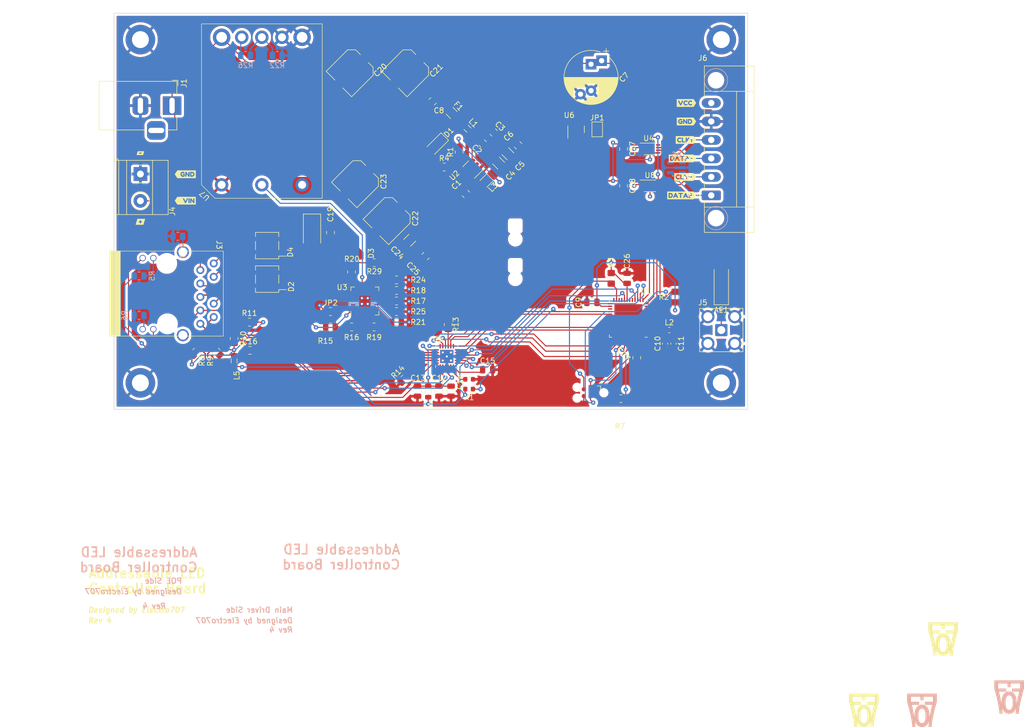
<source format=kicad_pcb>
(kicad_pcb (version 20221018) (generator pcbnew)
  (layers (0 "F.Cu" signal) (31 "B.Cu" signal) (34 "B.Paste" user) (35 "F.Paste" user) (36 "B.SilkS" user "B.Silkscreen") (37 "F.SilkS" user "F.Silkscreen") (38 "B.Mask" user) (39 "F.Mask" user) (44 "Edge.Cuts" user))
  (net 0 "")
  (net 1 "+5V")
  (net 2 "GND")
  (net 3 "VIN")
  (net 4 "+3V3")
  (net 5 "Net-(AE1-FEED)")
  (net 7 "Net-(U2-BST)")
  (net 8 "/TX")
  (net 9 "/RX")
  (net 10 "Net-(U2-SW)")
  (net 11 "Net-(U2-EN)")
  (net 12 "Net-(U1-LNA_IN)")
  (net 13 "Vdda2")
  (net 14 "Net-(U5-VDDCR)")
  (net 15 "/LED1-CLK_{H}")
  (net 16 "/LED1-DATA_{H}")
  (net 17 "/LED1-DATA_{L}")
  (net 18 "/GPIO0")
  (net 19 "/EN")
  (net 20 "Net-(D2-+)")
  (net 21 "Net-(D2--)")
  (net 22 "Net-(U7-GND)")
  (net 23 "Net-(D1-A1)")
  (net 24 "/Ethernet and Connector/ETH_V1-")
  (net 25 "/LED1-CLK_{L}")
  (net 26 "/Ethernet and Connector/ETH_V1+")
  (net 27 "/Ethernet and Connector/ETH_V2+")
  (net 28 "/Ethernet and Connector/ETH_V2-")
  (net 29 "Net-(J2-Pin_2)")
  (net 30 "Net-(J3-PadSH)")
  (net 31 "Net-(U2-FB)")
  (net 32 "Net-(J3-Pad13)")
  (net 33 "Net-(J3-Pad12)")
  (net 34 "/Ethernet and Connector/ETH_TX+")
  (net 35 "/Ethernet and Connector/ETH_TX-")
  (net 36 "/Ethernet and Connector/ETH_RX+")
  (net 37 "/Ethernet and Connector/ETH_RX-")
  (net 38 "Net-(U5-RBIAS)")
  (net 39 "Net-(U3-DEN)")
  (net 40 "Net-(U3-AMPS_CTL)")
  (net 41 "Net-(U3-MPS_DUTY)")
  (net 42 "Net-(U3-CLSA)")
  (net 43 "Net-(U3-IRSHDL_EN)")
  (net 44 "Net-(U3-CLSB)")
  (net 45 "Net-(U7-Trim)")
  (net 46 "/POE_~{BT}")
  (net 47 "Net-(U3-~{AUTCLS})")
  (net 48 "Net-(U3-REF)")
  (net 49 "/POE_TPH")
  (net 50 "/POE_TPL")
  (net 55 "/E_RXER")
  (net 56 "/E_MDC")
  (net 57 "/E_MDIO")
  (net 58 "/E_RXD0")
  (net 59 "/E_RXD1")
  (net 67 "/E_~{RST}")
  (net 68 "/E_TXD0")
  (net 69 "/E_TXD1")
  (net 70 "/E_TXEN")
  (net 75 "Net-(U3-PG)")
  (net 79 "/Ethernet and Connector/ETH_LED2")
  (net 80 "/Ethernet and Connector/ETH_LED1")
  (net 81 "Net-(J3-CD)")
  (net 84 "unconnected-(U1-IO34-Pad10)")
  (net 85 "Net-(JP2-B)")
  (net 86 "/LED2-DATA_{H}")
  (net 87 "/LED2-CLK_{H}")
  (net 88 "unconnected-(U1-IO35-Pad11)")
  (net 89 "unconnected-(U1-IO33-Pad13)")
  (net 92 "/E_~{INT}")
  (net 94 "/E_CRS_DV")
  (net 95 "/LED2-CLK_{L}")
  (net 96 "/LED2-DATA_{L}")
  (footprint "kibuzzard-6599B9EA" (layer "F.Cu") (at 168.401276 42)
    (fp_text reference "kibuzzard-6599B9EA" hide)
    (fp_text value "G***" hide)
  )
  (footprint "Capacitor_SMD:C_0603_1608Metric" (layer "F.Cu") (at 165.947501 87.574999 -90)
    (fp_text reference "C11")
    (fp_text value "4pF")
  )
  (footprint "Package_TO_SOT_SMD:TO-269AA" (layer "F.Cu") (at 89 75.35 180)
    (fp_text reference "D2")
    (fp_text value "CDBHM220L")
  )
  (footprint "Capacitor_SMD:C_1206_3216Metric_Pad1.33x1.80mm_HandSolder" (layer "F.Cu") (at 134.586501 51.616294 135)
    (fp_text reference "C5")
    (fp_text value "22uF")
  )
  (footprint "Package_SO:VSSOP-8_2.3x2mm_P0.5mm" (layer "F.Cu") (at 161.5 57.7)
    (fp_text reference "U8")
    (fp_text value "74LVCH2T45DC")
  )
  (footprint "kibuzzard-6599BA4A" (layer "F.Cu") (at 167.646261 52.5)
    (fp_text reference "kibuzzard-6599BA4A" hide)
    (fp_text value "G***" hide)
  )
  (footprint "Resistor_SMD:R_0805_2012Metric" (layer "F.Cu") (at 113.500001 75.499999 180)
    (fp_text reference "R24")
    (fp_text value "0")
  )
  (footprint "ProjectFootprints:74984104400" (layer "F.Cu") (at 70 78.095 90)
    (fp_text reference "J3")
    (fp_text value "74984104400")
  )
  (footprint "Resistor_SMD:R_0805_2012Metric_Pad1.20x1.40mm_HandSolder" (layer "F.Cu") (at 122.530331 54.126523)
    (fp_text reference "R4")
    (fp_text value "10k")
  )
  (footprint "TerminalBlock_Phoenix:TerminalBlock_Phoenix_MKDS-1,5-2-5.08_1x02_P5.08mm_Horizontal" (layer "F.Cu") (at 65 55.455 -90)
    (fp_text reference "J4")
    (fp_text value "Screw_Terminal_01x02")
  )
  (footprint "Resistor_SMD:R_0805_2012Metric_Pad1.20x1.40mm_HandSolder" (layer "F.Cu") (at 154.16 75.2 -90)
    (fp_text reference "R3")
    (fp_text value "10k")
  )
  (footprint "kibuzzard-6599BA32" (layer "F.Cu") (at 168.163363 56)
    (fp_text reference "kibuzzard-6599BA32" hide)
    (fp_text value "G***" hide)
  )
  (footprint "MountingHole:MountingHole_3.2mm_M3_DIN965_Pad" (layer "F.Cu") (at 65 95)
    (fp_text reference "H3" hide)
    (fp_text value "MountingHole_Pad")
  )
  (footprint "Package_TO_SOT_SMD:TO-269AA" (layer "F.Cu") (at 89 69 180)
    (fp_text reference "D4")
    (fp_text value "CDBHM220L")
  )
  (footprint "MountingHole:MountingHole_3.2mm_M3_DIN965_Pad" (layer "F.Cu") (at 175 30)
    (fp_text reference "H1" hide)
    (fp_text value "MountingHole_Pad")
  )
  (footprint "Package_TO_SOT_SMD:SOT-23" (layer "F.Cu") (at 147.5 47 90)
    (fp_text reference "U6")
    (fp_text value "MCP1792x-5002xCB")
  )
  (footprint "RF_Antenna:Johanson_2450AT43F0100" (layer "F.Cu") (at 175 76.5 90)
    (fp_text reference "AE1")
    (fp_text value "Antenna_Chip")
  )
  (footprint "Connector_Coaxial:SMA_Amphenol_901-143_Horizontal" (layer "F.Cu") (at 175 85 -90)
    (fp_text reference "J5")
    (fp_text value "Conn_Coaxial")
  )
  (footprint "Resistor_SMD:R_0805_2012Metric_Pad1.20x1.40mm_HandSolder" (layer "F.Cu") (at 125.358757 51.298097 90)
    (fp_text reference "R1")
    (fp_text value "31.6k")
  )
  (footprint "Jumper:SolderJumper-2_P1.3mm_Bridged2Bar_Pad1.0x1.5mm" (layer "F.Cu") (at 151.5 47 -90)
    (fp_text reference "JP1")
    (fp_text value "Jumper_2_Bridged")
  )
  (footprint "Package_DFN_QFN:VQFN-24-1EP_4x4mm_P0.5mm_EP2.5x2.5mm_ThermalVias" (layer "F.Cu") (at 123.0235 90 90)
    (fp_text reference "U5")
    (fp_text value "LAN8720A")
  )
  (footprint "Capacitor_SMD:C_0805_2012Metric" (layer "F.Cu") (at 123.8235 96.575 -90)
    (fp_text reference "C14")
    (fp_text value "1uF")
  )
  (footprint "Capacitor_SMD:C_Elec_6.3x5.4" (layer "F.Cu") (at 105 36 -135)
    (fp_text reference "C20")
    (fp_text value "330uF")
  )
  (footprint "Capacitor_SMD:C_0603_1608Metric" (layer "F.Cu") (at 164.3475 87.574999 -90)
    (fp_text reference "C10")
    (fp_text value "2.2pF")
  )
  (footprint "Package_SO:VSSOP-8_2.3x2mm_P0.5mm" (layer "F.Cu") (at 161.5 50.7)
    (fp_text reference "U4")
    (fp_text value "74LVCH2T45DC")
  )
  (footprint "Inductor_SMD:L_0805_2012Metric" (layer "F.Cu") (at 126.949747 46.87868 -45)
    (fp_text reference "L1")
    (fp_text value "L_Ferrite")
  )
  (footprint "Capacitor_SMD:C_0805_2012Metric" (layer "F.Cu") (at 101 66.545 -90)
    (fp_text reference "C19")
    (fp_text value "0.1u")
  )
  (footprint "Resistor_SMD:R_0805_2012Metric_Pad1.20x1.40mm_HandSolder" (layer "F.Cu") (at 166.25 78.75 90)
    (fp_text reference "R2")
    (fp_text value "10k")
  )
  (footprint "Connector:Tag-Connect_TC2030-IDC-NL_2x03_P1.27mm_Vertical" (layer "F.Cu") (at 150.23 96.865 180)
    (fp_text reference "J2" hide)
    (fp_text value "Conn_01x06_Female")
  )
  (footprint "Package_TO_SOT_SMD:TSOT-23-6" (layer "F.Cu") (at 127.69221 54.621499 -135)
    (fp_text reference "U2")
    (fp_text value "AP62200WU-7")
  )
  (footprint "Inductor_SMD:L_0603_1608Metric" (layer "F.Cu") (at 165.1475 85)
    (fp_text reference "L2")
    (fp_text value "2.2nH")
  )
  (footprint "kibuzzard-6599B9E0" (layer "F.Cu") (at 168.408261 45.5)
    (fp_text reference "kibuzzard-6599B9E0" hide)
    (fp_text value "G***" hide)
  )
  (footprint "Capacitor_SMD:C_0805_2012Metric_Pad1.18x1.45mm_HandSolder" (layer "F.Cu") (at 129.813531 49.671751 -45)
    (fp_text reference "C2")
    (fp_text value "0.1uF")
  )
  (footprint "Capacitor_SMD:C_0805_2012Metric" (layer "F.Cu") (at 136.531044 50.025305 135)
    (fp_text reference "C6")
    (fp_text value "0.1uF")
  )
  (footprint "Resistor_SMD:R_0805_2012Metric" (layer "F.Cu") (at 101 84.415235)
    (fp_text reference "R15")
    (fp_text value "13k")
  )
  (footprint "Capacitor_SMD:C_0805_2012Metric_Pad1.18x1.45mm_HandSolder" (layer "F.Cu") (at 131.899495 47.585786 -45)
    (fp_text reference "C3")
    (fp_text value "10uF")
  )
  (footprint "ProjectFootprints:TI_RGW0020B" (layer "F.Cu") (at 107.5 79.5 90)
    (fp_text reference "U3")
    (fp_text value "TPS2372")
  )
  (footprint "Resistor_SMD:R_0805_2012Metric" (layer "F.Cu") (at 113.500001 83.500001 180)
    (fp_text reference "R21")
    (fp_text value "249")
  )
  (footprint "Capacitor_SMD:C_0805_2012Metric" (layer "F.Cu") (at 85.75 88.845)
    (fp_text reference "C16")
    (fp_text value "1uF")
  )
  (footprint "Fuse:Fuse_1206_3216Metric" (layer "F.Cu") (at 123.944544 43.873476 -45)
    (fp_text reference "F1")
    (fp_text value "Polyfuse")
  )
  (footprint "Capacitor_SMD:C_0805_2012Metric" (layer "F.Cu") (at 130.75 92.5)
    (fp_text reference "C15")
    (fp_text value "1uF")
  )
  (footprint "Resistor_SMD:R_0805_2012Metric" (layer "F.Cu") (at 79.4125 89.095 135)
    (fp_text reference "R9")
    (fp_text value "49.9")
  )
  (footprint "kibuzzard-6599BB10" (layer "F.Cu") (at 65 51.5 180)
    (fp_text reference "kibuzzard-6599BB10" hide)
    (fp_text value "G***" hide)
  )
  (footprint "Capacitor_SMD:C_0805_2012Metric_Pad1.18x1.45mm_HandSolder" (layer "F.Cu") (at 126.631549 59.217693 -45)
    (fp_text reference "C1")
    (fp_text value "0.1uF")
  )
  (footprint "Capacitor_THT:CP_Radial_D10.0mm_P5.00mm_P7.50mm" (layer "F.Cu") (at 150.336437 34.663563 -90)
    (fp_text reference "C7")
    (fp_text value "1000uF")
  )
  (footprint "Inductor_SMD:L_0805_2012Metric" (layer "F.Cu") (at 82.75 90.845 -90)
    (fp_text reference "L5")
    (fp_text value "L_Ferrite")
  )
  (footprint "Oscillator:Oscillator_SMD_ECS_2520MV-xxx-xx-4Pin_2.5x2.0mm" (layer "F.Cu") (at 127.25 95.25 180)
    (fp_text reference "X1")
    (fp_text value "ECS-2520MV-xxx-xx")
  )
  (footprint "MountingHole:MountingHole_3.2mm_M3_DIN965_Pad" (layer "F.Cu") (at 175 95)
    (fp_text reference "H4" hide)
    (fp_text value "MountingHole_Pad")
  )
  (footprint "kibuzzard-6599BB04" (layer "F.Cu") (at 73.5 60.5)
    (fp_text reference "kibuzzard-6599BB04" hide)
    (fp_text value "G***" hide)
  )
  (footprint "kibuzzard-6599BAF9" (layer "F.Cu") (at 73.5 55.5)
    (fp_text reference "kibuzzard-6599BAF9" hide)
    (fp_text value "G***" hide)
  )
  (footprint "Resistor_SMD:R_0805_2012Metric" (layer "F.Cu") (at 101 81.5)
    (fp_text reference "JP2")
    (fp_text value "Jumper_2_Bridged")
  )
  (footprint "Connector_BarrelJack:BarrelJack_Horizontal" (layer "F.Cu") (at 71 42.5)
    (fp_text reference "J1")
    (fp_text value "Barrel_Jack")
  )
  (footprint "Capacitor_SMD:C_0805_2012Metric" (layer "F.Cu") (at 159 90.25 -90)
    (fp_text reference "C27")
    (fp_text value "0.1u")
  )
  (footprint "Capacitor_SMD:C_0805_2012Metric" (layer "F.Cu") (at 150.5 79.75 180)
    (fp_text reference "C9")
    (fp_text value "0.1u")
  )
  (footprint "Resistor_SMD:R_0805_2012Metric" (layer "F.Cu") (at 113.500001 77.5 180)
    (fp_text reference "R18")
    (fp_text value "0")
  )
  (footprint "Diode_SMD:D_SMF" (layer "F.Cu") (at 120.974695 50.025305 -135)
    (fp_text reference "D1")
    (fp_text value "SMF15A")
  )
  (footprint "LOGO" (layer "F.Cu") (at 217 143.5)
    (fp_text reference "G***" hide)
    (fp_text value "LOGO" hide)
  )
  (footprint "Resistor_SMD:R_0805_2012Metric" (layer "F.Cu") (at 115.0375 94.2125 -135)
    (fp_text reference "R14")
    (fp_text value "12.1k")
  )
  (footprint "Capacitor_SMD:C_0805_2012Metric" (layer "F.Cu") (at 117.4735 96.575 -90)
    (fp_text reference "C13")
    (fp_text value "1uF")
  )
  (footprint "Capacitor_SMD:C_0805_2012Metric" (layer "F.Cu") (at 119 71 -135)
    (fp_text reference "C25")
    (fp_text value "0.1u")
  )
  (footprint "kibuzzard-64D45DDA" (layer "F.Cu") (at 65 64.5 180)
    (fp_text reference "kibuzzard-64D45DDA" hide)
    (fp_text value "G***" hide)
  )
  (footprint "ProjectFootprints:VCB4805SBO-50WR3" (layer "F.Cu") (at 88 57.5 90)
    (fp_text reference "U7")
    (fp_text value "VCB4805SBO-50WR3")
  )
  (footprint "MountingHole:MountingHole_3.2mm_M3_DIN965_Pad" (layer "F.Cu") (at 65 30)
    (fp_text reference "H2" hide)
    (fp_text value "MountingHole_Pad")
  )
  (footprint "Inductor_SMD:L_1206_3216Metric_Pad1.22x1.90mm_HandSolder" (layer "F.Cu") (at 130.520636 56.74282 45)
    (fp_text reference "L3")
    (fp_text value "3.3uH")
  )
  (footprint "Resistor_SMD:R_0805_2012Metric" (layer "F.Cu") (at 109.285005 72.25 180)
    (fp_text reference "R29")
    (fp_text value "0")
  )
  (footprint "Resistor_SMD:R_0805_2012Metric" (layer "F.Cu") (at 105 84.415235)
    (fp_text reference "R16")
    (fp_text value "12k")
  )
  (footprint "Capacitor_SMD:C_1206_3216Metric_Pad1.33x1.80mm_HandSolder" (layer "F.Cu") (at 132.818734 53.384061 135)
    (fp_text reference "C4")
    (fp_text value "10uF")
  )
  (footprint "Capacitor_SMD:C_Elec_6.3x5.4" (layer "F.Cu") (at 112 64 -135)
    (fp_text reference "C22")
    (fp_text value "100uF")
  )
  (footprint "Inductor_SMD:L_0805_2012Metric" (layer "F.Cu") (at 119.5025 96.641 -90)
    (fp_text reference "L4")
    (fp_text value "L_Ferrite")
  )
  (footprint "Resistor_SMD:R_0805_2012Metric" (layer "F.Cu") (at 109.25 84.415235 180)
    (fp_text reference "R19")
    (fp_text value "63.4")
  )
  (footprint "Capacitor_SMD:C_Elec_6.3x5.4" (layer "F.Cu") (at 115.5 36 -135)
    (fp_text reference "C21")
    (fp_text value "0.1u")
  )
  (footprint "Resistor_SMD:R_0805_2012Metric" (layer "F.Cu") (at 113.5 79.5 180)
    (fp_text reference "R17")
    (fp_text value "1.3k")
  )
  (footprint "Resistor_SMD:R_0805_2012Metric" (layer "F.Cu") (at 156 98 180)
    (fp_text reference "R7")
    (fp_text value "470")
  )
  (footprint "Capacitor_SMD:C_0805_2012Metric" (layer "F.Cu") (at 120.338299 41.681445 -135)
    (fp_text reference "C8")
    (fp_text value "0.1uF")
  )
  (footprint "LOGO" (layer "F.Cu") (at 202 157)
    (fp_text reference "G***" hide)
    (fp_text value "LOGO" hide)
  )
  (footprint "Resistor_SMD:R_0805_2012Metric" (layer "F.Cu") (at 113.500001 81.5 180)
    (fp_text reference "R25")
    (fp_text value "49.9k")
  )
  (footprint "Diode_SMD:D_SMA" (layer "F.Cu") (at 97.5 66.545 -90)
    (fp_text reference "D3")
    (fp_text value "SMAJ58A")
  )
  (footprint "Capacitor_SMD:C_0805_2012Metric" (layer "F.Cu") (at 156.5 57.7 -90)
    (fp_text reference "C18")
    (fp_text value "0.1u")
  )
  (footprint "Resistor_SMD:R_0805_2012Metric" (layer "F.Cu") (at 123.2875 83.9625 -90)
    (fp_text reference "R13")
    (fp_text value "10k")
  )
  (footprint "Capacitor_SMD:C_0805_2012Metric" (layer "F.Cu") (at 156.5 50.7 -90)
    (fp_text reference "C17")
    (fp_text value "0.1u")
  )
  (footprint "Resistor_SMD:R_0805_2012Metric" (layer "F.Cu") (at 82.75 86.595 90)
    (fp_text reference "R10")
    (fp_text value "49.9")
  )
  (footprint "Package_DFN_QFN:QFN-48-1EP_7x7mm_P0.5mm_EP5.3x5.3mm" (layer "F.Cu") (at 157.41 82.75 180)
    (fp_text reference "U1")
    (fp_text value "ESP32-PICO-D4")
  )
  (footprint "Connector_Phoenix_MC:PhoenixContact_MC_1,5_6-GF-3.5_1x06_P3.50mm_Horizontal_ThreadedFlange_MountHole" (layer "F.Cu") (at 173.1 59.5 90)
    (fp_text reference "J6")
    (fp_text value "Screw_Terminal_01x06")
  )
  (footprint "Resistor_SMD:R_0805_2012Metric" (layer "F.Cu") (at 75.602499 89.095 45)
    (fp_text reference "R8")
    (fp_text value "49.9")
  )
  (footprint "kibuzzard-6599B9F1" (layer "F.Cu") (at 168.307508 49)
    (fp_text reference "kibuzzard-6599B9F1" hide)
    (fp_text value "G***" hide)
  )
  (footprint "kibuzzard-6599BA38" (layer "F.Cu") (at 167.5 59.5)
    (fp_text reference "kibuzzard-6599BA38" hide)
    (fp_text value "G***" hide)
  )
  (footprint "Capacitor_SMD:C_0805_2012Metric" (layer "F.Cu") (at 121.5375 96.575 -90)
    (fp_text reference "C12")
    (fp_text value "1uF")
  )
  (footprint "Capacitor_SMD:C_Elec_6.3x5.8" (layer "F.Cu") (at 106 57 -135)
    (fp_text reference "C23")
    (fp_text value "100uF")
  )
  (footprint "Capacitor_SMD:C_1206_3216Metric_Pad1.33x1.80mm_HandSolder" (layer "F.Cu") (at 116 68 -135)
    (fp_text reference "C24")
    (fp_text value "1uF")
  )
  (footprint "Resistor_SMD:R_0805_2012Metric" (layer "F.Cu") (at 85.6625 83.5075 180)
    (fp_text reference "R11")
    (fp_text value "49.9")
  )
  (footprint "Capacitor_SMD:C_0805_2012Metric" (layer "F.Cu") (at 157.16 75.2 90)
    (fp_text reference "C26")
    (fp_text value "0.1u")
  )
  (footprint "Resistor_SMD:R_0805_2012Metric" (layer "F.Cu") (at 104.985005 74 90)
    (fp_text reference "R20")
    (fp_text value "0")
  )
  (footprint "Resistor_SMD:R_0805_2012Metric" (layer "B.Cu") (at 64.75 82.25 180)
    (fp_text reference "R6")
    (fp_text value "1k")
  )
  (footprint "Resistor_SMD:R_0805_2012Metric" (layer "B.Cu") (at 90.9125 33 180)
    (fp_text reference "R22")
    (fp_text value "R")
  )
  (footprint "Resistor_SMD:R_0805_2012Metric" (layer "B.Cu") (at 72.0875 67.25 180)
    (fp_text reference "R30")
    (fp_text value "0")
  )
  (footprint "Package_TO_SOT_SMD:SOT-23-5" (layer "B.Cu") (at 166.5 54.25 180)
    (fp_text reference "D5")
    (fp_text value "SP0504BAHT")
  )
  (footprint "LOGO" (layer "B.Cu") (at 213 157 180)
    (fp_text reference "G***" hide)
    (fp_text value "LOGO" hide)
  )
  (footprint "LOGO" (layer "B.Cu") (at 229.5 154.5 180)
    (fp_text reference "G***" hide)
    (fp_text value "LOGO" hide)
  )
  (footprint "Resistor_SMD:R_0805_2012Metric" (layer "B.Cu") (at 84.9125 33)
    (fp_text reference "R26")
    (fp_text value "R")
  )
  (footprint "Resistor_SMD:R_0805_2012Metric" (layer "B.Cu") (at 64.75 74.75 180)
    (fp_text reference "R5")
    (fp_text value "1k")
  )
  (gr_rect (start 60 25) (end 180 100) (stroke (width 0.1)) (fill none) (layer "Edge.Cuts"))
  (gr_text "Addressable LED \nController Board" (at 76 128.5) (layer "B.SilkS") (effects (font (size 1.778 1.778) (thickness 0.3048)) (justify left mirror)))
  (gr_text "Main Driver Side" (at 94 138) (layer "B.SilkS") (effects (font (size 1.016 1.016) (thickness 0.2032) bold) (justify left mirror)))
  (gr_text "Rev 4" (at 70 137.25) (layer "B.SilkS") (effects (font (size 1.016 1.016) (thickness 0.2032) italic) (justify left mirror)))
  (gr_text "Rev 4" (at 94 141.75) (layer "B.SilkS") (effects (font (size 1.016 1.016) (thickness 0.2032) italic) (justify left mirror)))
  (gr_text "Addressable LED \nController Board" (at 114.37 127.9875) (layer "B.SilkS") (effects (font (size 1.778 1.778) (thickness 0.3048)) (justify left mirror)))
  (gr_text "Designed by Electro707" (at 94 140) (layer "B.SilkS") (effects (font (size 1.016 1.016) (thickness 0.2032) bold italic) (justify left mirror)))
  (gr_text "POE Side" (at 73 132.5) (layer "B.SilkS") (effects (font (size 1.016 1.016) (thickness 0.2032) bold) (justify left mirror)))
  (gr_text "Designed by Electro707" (at 73 134.5) (layer "B.SilkS") (effects (font (size 1.016 1.016) (thickness 0.2032) bold italic) (justify left mirror)))
  (gr_text "Rev 4" (at 55 140) (layer "F.SilkS") (effects (font (size 1.016 1.016) (thickness 0.2032) italic) (justify left)))
  (gr_text "Designed by Electro707" (at 55 138) (layer "F.SilkS") (effects (font (size 1.016 1.016) (thickness 0.2032) bold italic) (justify left)))
  (gr_text "Addressable LED \nController Board" (at 55 132.5) (layer "F.SilkS") (effects (font (size 1.778 1.778) (thickness 0.3048)) (justify left)))
  (segment (start 163 49.9) (end 163.05 49.95) (width 0.2032) (layer "F.Cu") (net 1))
  (segment (start 163.05 56.95) (end 163.05 55.55) (width 0.2032) (layer "F.Cu") (net 1))
  (segment (start 158.65 47.65) (end 151.5 47.65) (width 0.2032) (layer "F.Cu") (net 1))
  (segment (start 159.5 48.5) (end 158.65 47.65) (width 0.2032) (layer "F.Cu") (net 1))
  (segment (start 163 48.5) (end 159.5 48.5) (width 0.2032) (layer "F.Cu") (net 1))
  (segment (start 163 48.5) (end 163 49.9) (width 0.2032) (layer "F.Cu") (net 1))
  (segment (start 163.05 55.55) (end 163 55.5) (width 0.2032) (layer "F.Cu") (net 1))
  (segment (start 148.45 47.9375) (end 151.2125 47.9375) (width 0.2032) (layer "F.Cu") (net 1))
  (segment (start 151.2125 47.9375) (end 151.5 47.65) (width 0.2032) (layer "F.Cu") (net 1))
  (via (at 163 48.5) (size 0.8128) (drill 0.3048) (layers "F.Cu" "B.Cu") (net 1))
  (via (at 163 55.5) (size 0.8128) (drill 0.3048) (layers "F.Cu" "B.Cu") (net 1))
  (segment (start 163 55.5) (end 163 48.5) (width 0.2032) (layer "B.Cu") (net 1))
  (segment (start 148.96 98.84) (end 148.6 99.2) (width 0.2032) (layer "F.Cu") (net 2))
  (segment (start 148.6 99.2) (end 148.4096 99.3904) (width 0.2032) (layer "F.Cu") (net 2))
  (segment (start 159.95 51.45) (end 156.7 51.45) (width 0.2032) (layer "F.Cu") (net 2))
  (segment (start 148.96 97.5) (end 148.96 98.84) (width 0.2032) (layer "F.Cu") (net 2))
  (segment (start 148.4096 99.3904) (end 145.8 99.3904) (width 0.2032) (layer "F.Cu") (net 2))
  (segment (start 156.7 51.45) (end 156.5 51.65) (width 0.2032) (layer "F.Cu") (net 2))
  (segment (start 65 60.535) (end 69.465 60.535) (width 0.2032) (layer "F.Cu") (net 3))
  (segment (start 159.961591 34.5) (end 168.761591 43.3) (width 0.2032) (layer "F.Cu") (net 3))
  (segment (start 151.2125 46.0625) (end 151.5 46.35) (width 0.2032) (layer "F.Cu") (net 3))
  (segment (start 71.5 58.5) (end 71.5 43) (width 0.2032) (layer "F.Cu") (net 3))
  (segment (start 168.761591 43.3) (end 169 43.3) (width 0.2032) (layer "F.Cu") (net 3))
  (segment (start 85.32 34.5) (end 159.961591 34.5) (width 0.2032) (layer "F.Cu") (net 3))
  (segment (start 151.5 46.35) (end 157.85 46.35) (width 0.2032) (layer "F.Cu") (net 3))
  (segment (start 71.5 43) (end 71 42.5) (width 0.2032) (layer "F.Cu") (net 3))
  (segment (start 121.01005 41.009694) (end 122.883883 42.883527) (width 0.2032) (layer "F.Cu") (net 3))
  (segment (start 69.465 60.535) (end 71.5 58.5) (width 0.2032) (layer "F.Cu") (net 3))
  (segment (start 117.294283 34.205717) (end 117.294283 37.293927) (width 0.2032) (layer "F.Cu") (net 3))
  (segment (start 117.294283 37.293927) (end 121.01005 41.009694) (width 0.2032) (layer "F.Cu") (net 3))
  (segment (start 147.5 46.0625) (end 151.2125 46.0625) (width 0.2032) (layer "F.Cu") (net 3))
  (segment (start 71 38.94) (end 80.38 29.56) (width 0.2032) (layer "F.Cu") (net 3))
  (segment (start 80.38 29.56) (end 85.32 34.5) (width 0.2032) (layer "F.Cu") (net 3))
  (segment (start 169 43.3) (end 173.1 43.3) (width 0.2032) (layer "F.Cu") (net 3))
  (segment (start 157.85 46.35) (end 160.9 43.3) (width 0.2032) (layer "F.Cu") (net 3))
  (segment (start 160.9 43.3) (end 169 43.3) (width 0.2032) (layer "F.Cu") (net 3))
  (segment (start 122.883883 42.883527) (end 122.954595 42.883527) (width 0.2032) (layer "F.Cu") (net 3))
  (segment (start 71 42.5) (end 71 38.94) (width 0.2032) (layer "F.Cu") (net 3))
  (segment (start 84 33) (end 84 29.75) (width 0.2032) (layer "B.Cu") (net 3))
  (segment (start 84 29.75) (end 84.19 29.56) (width 0.2032) (layer "B.Cu") (net 3))
  (segment (start 127.75 90.25) (end 128 90.5) (width 0.2032) (layer "F.Cu") (net 4))
  (segment (start 161.86 84) (end 166.11 79.75) (width 0.2032) (layer "F.Cu") (net 4))
  (segment (start 159.95 49.95) (end 160.75 49.95) (width 0.2032) (layer "F.Cu") (net 4))
  (segment (start 160.86 85.5) (end 160.86 87.25) (width 0.2032) (layer "F.Cu") (net 4))
  (segment (start 156.61 76.15) (end 157.16 76.15) (width 0.2032) (layer "F.Cu") (net 4))
  (segment (start 146.5 56.5) (end 154.16 64.16) (width 0.2032) (layer "F.Cu") (net 4))
  (segment (start 84.1575 91.9075) (end 82.75 91.9075) (width 0.2032) (layer "F.Cu") (net 4))
  (segment (start 151.5 79.75) (end 151.45 79.75) (width 0.2032) (layer "F.Cu") (net 4))
  (segment (start 146.5 56.5) (end 146.75 56.75) (width 0.2032) (layer "F.Cu") (net 4))
  (segment (start 125.358757 48.858757) (end 125.358757 50.298097) (width 0.2032) (layer "F.Cu") (net 4))
  (segment (start 160.75 49.95) (end 162.25 51.45) (width 0.2032) (layer "F.Cu") (net 4))
  (segment (start 158.43 89.3) (end 159 89.3) (width 0.2032) (layer "F.Cu") (net 4))
  (segment (start 159.95 49.95) (end 156.7 49.95) (width 0.2032) (layer "F.Cu") (net 4))
  (segment (start 157.16 76.15) (end 157.16 79.3) (width 0.2032) (layer "F.Cu") (net 4))
  (segment (start 154.66 74.2) (end 156.61 76.15) (width 0.2032) (layer "F.Cu") (net 4))
  (segment (start 160.86 84) (end 161.86 84) (width 0.2032) (layer "F.Cu") (net 4))
  (segment (start 126.5 97.25) (end 126.5 96.2) (width 0.2032) (layer "F.Cu") (net 4))
  (segment (start 126.5 96.2) (end 126.525 96.175) (width 0.2032) (layer "F.Cu") (net 4))
  (segment (start 154.16 64.16) (end 154.16 74.2) (width 0.2032) (layer "F.Cu") (net 4))
  (segment (start 157.66 87.96) (end 157.66 86.2) (width 0.2032) (layer "F.Cu") (net 4))
  (segment (start 133 57) (end 133 56.871054) (width 0.2032) (layer "F.Cu") (net 4))
  (segment (start 162.25 51.45) (end 163.05 51.45) (width 0.2032) (layer "F.Cu") (net 4))
  (segment (start 159.95 56.95) (end 156.7 56.95) (width 0.2032) (layer "F.Cu") (net 4))
  (segment (start 154.5 56.75) (end 152.5 56.75) (width 0.2032) (layer "F.Cu") (net 4))
  (segment (start 162.25 58.45) (end 163.05 58.45) (width 0.2032) (layer "F.Cu") (net 4))
  (segment (start 84.25 92) (end 84.1575 91.9075) (width 0.2032) (layer "F.Cu") (net 4))
  (segment (start 153.96 80.5) (end 152.25 80.5) (width 0.2032) (layer "F.Cu") (net 4))
  (segment (start 159.16 87.800001) (end 159.16 89.14) (width 0.2032) (layer "F.Cu") (net 4))
  (segment (start 131.696201 55.567255) (end 132.845248 55.567255) (width 0.2032) (layer "F.Cu") (net 4))
  (segment (start 154.75 49.75) (end 154.5 49.5) (width 0.2032) (layer "F.Cu") (net 4))
  (segment (start 135.691355 52.208496) (end 135.691355 52.721148) (width 0.2032) (layer "F.Cu") (net 4))
  (segment (start 125.25 48.75) (end 125.358757 48.858757) (width 0.2032) (layer "F.Cu") (net 4))
  (segment (start 160.86 87.25) (end 159 89.11) (width 0.2032) (layer "F.Cu") (net 4))
  (segment (start 133.923588 54.488915) (end 135.691355 52.721148) (width 0.2032) (layer "F.Cu") (net 4))
  (segment (start 166.11 79.75) (end 166.25 79.75) (width 0.2032) (layer "F.Cu") (net 4))
  (segment (start 160.86 84) (end 160.86 84.5) (width 0.2032) (layer "F.Cu") (net 4))
  (segment (start 159.16 86.2) (end 159.16 87.800001) (width 0.2032) (layer "F.Cu") (net 4))
  (segment (start 156.7 49.95) (end 156.5 49.75) (width 0.2032) (layer "F.Cu") (net 4))
  (segment (start 152.25 80.5) (end 151.5 79.75) (width 0.2032) (layer "F.Cu") (net 4))
  (segment (start 124.961 90.25) (end 127.75 90.25) (width 0.2032) (layer "F.Cu") (net 4))
  (segment (start 159.16 89.14) (end 159 89.3) (width 0.2032) (layer "F.Cu") (net 4))
  (segment (start 160.75 56.95) (end 162.25 58.45) (width 0.2032) (layer "F.Cu") (net 4))
  (segment (start 159 89.11) (end 159 89.3) (width 0.2032) (layer "F.Cu") (net 4))
  (segment (start 166.25 79.75) (end 166.25 81.25) (width 0.2032) (layer "F.Cu") (net 4))
  (segment (start 159 89.3) (end 157.66 87.96) (width 0.2032) (layer "F.Cu") (net 4))
  (segment (start 135.691355 52.721148) (end 142.721148 52.721148) (width 0.2032) (layer "F.Cu") (net 4))
  (segment (start 119.5025 97.7035) (end 119.5025 98.9975) (width 0.2032) (layer "F.Cu") (net 4))
  (segment (start 146.75 56.75) (end 152.5 56.75) (width 0.2032) (layer "F.Cu") (net 4))
  (segment (start 151.45 76.5393) (end 151.45 79.75) (width 0.2032) (layer "F.Cu") (net 4))
  (segment (start 119.5025 98.9975) (end 119.5 99) (width 0.2032) (layer "F.Cu") (net 4))
  (segment (start 151.5 96.23) (end 158.43 89.3) (width 0.2032) (layer "F.Cu") (net 4))
  (segment (start 133 56.871054) (end 131.696201 55.567255) (width 0.2032) (layer "F.Cu") (net 4))
  (segment (start 137.202795 50.697056) (end 135.691355 52.208496) (width 0.2032) (layer "F.Cu") (net 4))
  (segment (start 156.7 56.95) (end 156.5 56.75) (width 0.2032) (layer "F.Cu") (net 4))
  (segment (start 142.721148 52.721148) (end 146.5 56.5) (width 0.2032) (layer "F.Cu") (net 4))
  (segment (start 154.16 74.2) (end 154.66 74.2) (width 0.2032) (layer "F.Cu") (net 4))
  (segment (start 156.5 49.75) (end 154.75 49.75) (width 0.2032) (layer "F.Cu") (net 4))
  (segment (start 159.95 56.95) (end 160.75 56.95) (width 0.2032) (layer "F.Cu") (net 4))
  (segment (start 152.5 56.75) (end 156.5 56.75) (width 0.2032) (layer "F.Cu") (net 4))
  (segment (start 132.845248 55.567255) (end 133.923588 54.488915) (width 0.2032) (layer "F.Cu") (net 4))
  (via (at 84.25 92) (size 0.8128) (drill 0.3048) (layers "F.Cu" "B.Cu") (net 4))
  (via (at 154.16 72.25) (size 0.8128) (drill 0.3048) (layers "F.Cu" "B.Cu") (net 4))
  (via (at 128 90.5) (size 0.8128) (drill 0.3048) (layers "F.Cu" "B.Cu") (net 4))
  (via (at 154.5 49.5) (size 0.8128) (drill 0.3048) (layers "F.Cu" "B.Cu") (net 4))
  (via (at 133 57) (size 0.8128) (drill 0.3048) (layers "F.Cu" "B.Cu") (net 4))
  (via (at 151.45 76.5393) (size 0.8128) (drill 0.3048) (layers "F.Cu" "B.Cu") (net 4))
  (via (at 119.5 99) (size 0.8128) (drill 0.3048) (layers "F.Cu" "B.Cu") (net 4))
  (via (at 154.5 56.75) (size 0.8128) (drill 0.3048) (layers "F.Cu" "B.Cu") (net 4))
  (via (at 125.25 48.75) (size 0.8128) (drill 0.3048) (layers "F.Cu" "B.Cu") (net 4))
  (via (at 166.25 81.25) (size 0.8128) (drill 0.3048) (layers "F.Cu" "B.Cu") (net 4))
  (via (at 126.5 97.25) (size 0.8128) (drill 0.3048) (layers "F.Cu" "B.Cu") (net 4))
  (segment (start 154.5 49.5) (end 154.5 56.75) (width 0.2032) (layer "B.Cu") (net 4))
  (segment (start 166.25 76) (end 166.25 81.25) (width 0.2032) (layer "B.Cu") (net 4))
  (segment (start 154.16 72.25) (end 162.5 72.25) (width 0.2032) (layer "B.Cu") (net 4))
  (segment (start 152.5 72.25) (end 154.16 72.25) (width 0.2032) (layer "B.Cu") (net 4))
  (segment (start 151.45 73.3) (end 152.5 72.25) (width 0.2032) (layer "B.Cu") (net 4))
  (segment (start 125.25 49.25) (end 133 57) (width 0.2032) (layer "B.Cu") (net 4))
  (segment (start 84.25 92) (end 102.25 92) (width 0.2032) (layer "B.Cu") (net 4))
  (segment (start 124.75 99) (end 126.5 97.25) (width 0.2032) (layer "B.Cu") (net 4))
  (segment (start 125.5 96.25) (end 125.5 91.994211) (width 0.2032) (layer "B.Cu") (net 4))
  (segment (start 125.25 48.75) (end 125.25 49.25) (width 0.2032) (layer "B.Cu") (net 4))
  (segment (start 119.5 99) (end 124.75 99) (width 0.2032) (layer "B.Cu") (net 4))
  (segment (start 126.5 97.25) (end 125.5 96.25) (width 0.2032) (layer "B.Cu") (net 4))
  (segment (start 109.25 99) (end 119.5 99) (width 0.2032) (layer "B.Cu") (net 4))
  (segment (start 126.994211 90.5) (end 128 90.5) (width 0.2032) (layer "B.Cu") (net 4))
  (segment (start 151.45 76.5393) (end 151.45 73.3) (width 0.2032) (layer "B.Cu") (net 4))
  (segment (start 102.25 92) (end 109.25 99) (width 0.2032) (layer "B.Cu") (net 4))
  (segment (start 162.5 72.25) (end 166.25 76) (width 0.2032) (layer "B.Cu") (net 4))
  (segment (start 125.5 91.994211) (end 126.994211 90.5) (width 0.2032) (layer "B.Cu") (net 4))
  (segment (start 165.935 86.787498) (end 165.947501 86.799999) (width 0.2032) (layer "F.Cu") (net 5))
  (segment (start 165.935 85) (end 165.935 86.787498) (width 0.2032) (layer "F.Cu") (net 5))
  (segment (start 175 79.35) (end 175 85) (width 0.2032) (layer "F.Cu") (net 5))
  (segment (start 127.559627 56.822369) (end 125.897926 58.48407) (width 0.2032) (layer "F.Cu") (net 7))
  (segment (start 127.559627 56.097584) (end 127.559627 56.822369) (width 0.2032) (layer "F.Cu") (net 7))
  (segment (start 156.247459 88.747459) (end 156.66 88.334918) (width 0.2032) (layer "F.Cu") (net 8))
  (segment (start 156.66 88.334918) (end 156.66 86.2) (width 0.2032) (layer "F.Cu") (net 8))
  (segment (start 156.9125 96.25) (end 156.9125 98) (width 0.2032) (layer "F.Cu") (net 8))
  (via (at 156.247459 88.747459) (size 0.8128) (drill 0.3048) (layers "F.Cu" "B.Cu") (net 8))
  (via (at 156.9125 96.25) (size 0.8128) (drill 0.3048) (layers "F.Cu" "B.Cu") (net 8))
  (segment (start 156.9125 89.4125) (end 156.247459 88.747459) (width 0.2032) (layer "B.Cu") (net 8))
  (segment (start 156.9125 96.25) (end 156.9125 89.4125) (width 0.2032) (layer "B.Cu") (net 8))
  (segment (start 150.25 96.21) (end 150.23 96.23) (width 0.2032) (layer "F.Cu") (net 9))
  (segment (start 150.25 94.5) (end 150.25 96.21) (width 0.2032) (layer "F.Cu") (net 9))
  (segment (start 156.16 87.669818) (end 155.039909 88.789909) (width 0.2032) (layer "F.Cu") (net 9))
  (segment (start 156.16 86.2) (end 156.16 87.669818) (width 0.2032) (layer "F.Cu") (net 9))
  (via (at 155.039909 88.789909) (size 0.8128) (drill 0.3048) (layers "F.Cu" "B.Cu") (net 9))
  (via (at 150.25 94.5) (size 0.8128) (drill 0.3048) (layers "F.Cu" "B.Cu") (net 9))
  (segment (start 155.039909 93.210091) (end 154.25 94) (width 0.2032) (layer "B.Cu") (net 9))
  (segment (start 153.75 94.5) (end 150.25 94.5) (width 0.2032) (layer "B.Cu") (net 9))
  (segment (start 155.039909 88.789909) (end 155.039909 93.210091) (width 0.2032) (layer "B.Cu") (net 9))
  (segment (start 154.25 94) (end 153.75 94.5) (width 0.2032) (layer "B.Cu") (net 9))
  (segment (start 129.345071 56.345071) (end 129.345071 57.918385) (width 0.2032) (layer "F.Cu") (net 10))
  (segment (start 129.345071 57.918385) (end 127.365172 59.898284) (width 0.2032) (layer "F.Cu") (net 10))
  (segment (start 128.165007 54.148702) (end 128.165007 55.165007) (width 0.2032) (layer "F.Cu") (net 10))
  (segment (start 127.365172 59.898284) (end 127.365172 59.951316) (width 0.2032) (layer "F.Cu") (net 10))
  (segment (start 128.496544 53.817165) (end 128.165007 54.148702) (width 0.2032) (layer "F.Cu") (net 10))
  (segment (start 128.165007 55.165007) (end 129.345071 56.345071) (width 0.2032) (layer "F.Cu") (net 10))
  (segment (start 127.701048 47.629981) (end 127.771761 47.629981) (width 0.2032) (layer "F.Cu") (net 11))
  (segment (start 127.25 55.063709) (end 127.25 53.720207) (width 0.2032) (layer "F.Cu") (net 11))
  (segment (start 127.824793 53.145414) (end 127.824793 50.193243) (width 0.2032) (layer "F.Cu") (net 11))
  (segment (start 127.25 53.720207) (end 127.824793 53.145414) (width 0.2032) (layer "F.Cu") (net 11))
  (segment (start 129.079908 48.938128) (end 131.165872 46.852163) (width 0.2032) (layer "F.Cu") (net 11))
  (segment (start 127.824793 50.193243) (end 129.079908 48.938128) (width 0.2032) (layer "F.Cu") (net 11))
  (segment (start 127.771761 47.629981) (end 129.079908 48.938128) (width 0.2032) (layer "F.Cu") (net 11))
  (segment (start 126.887876 55.425833) (end 127.25 55.063709) (width 0.2032) (layer "F.Cu") (net 11))
  (segment (start 160.86 85) (end 164.36 85) (width 0.2032) (layer "F.Cu") (net 12))
  (segment (start 164.36 85) (end 164.36 86.787499) (width 0.2032) (layer "F.Cu") (net 12))
  (segment (start 164.36 86.787499) (end 164.3475 86.799999) (width 0.2032) (layer "F.Cu") (net 12))
  (segment (start 121.086 88.75) (end 119.25 88.75) (width 0.2032) (layer "F.Cu") (net 13))
  (segment (start 116.79925 95.625) (end 117.4735 95.625) (width 0.2032) (layer "F.Cu") (net 13))
  (segment (start 62.75 86.25) (end 74.25 97.75) (width 0.2032) (layer "F.Cu") (net 13))
  (segment (start 121.7735 95.389) (end 121.5375 95.625) (width 0.2032) (layer "F.Cu") (net 13))
  (segment (start 119.456 95.625) (end 119.5025 95.5785) (width 0.2032) (layer "F.Cu") (net 13))
  (segment (start 65.428 71.364) (end 62.75 74.042) (width 0.2032) (layer "F.Cu") (net 13))
  (segment (start 121.5375 95.625) (end 119.549 95.625) (width 0.2032) (layer "F.Cu") (net 13))
  (segment (start 62.75 74.042) (end 62.75 86.25) (width 0.2032) (layer "F.Cu") (net 13))
  (segment (start 114.67425 97.75) (end 116.79925 95.625) (width 0.2032) (layer "F.Cu") (net 13))
  (segment (start 74.25 97.75) (end 114.67425 97.75) (width 0.2032) (layer "F.Cu") (net 13))
  (segment (start 121.7735 91.9375) (end 121.7735 95.389) (width 0.2032) (layer "F.Cu") (net 13))
  (segment (start 119.5 95.576) (end 119.5025 95.5785) (width 0.2032) (layer "F.Cu") (net 13))
  (segment (start 117.4735 95.625) (end 119.456 95.625) (width 0.2032) (layer "F.Cu") (net 13))
  (segment (start 119.549 95.625) (end 119.5025 95.5785) (width 0.2032) (layer "F.Cu") (net 13))
  (segment (start 123.8235 95.625) (end 121.5375 95.625) (width 0.2032) (layer "F.Cu") (net 13))
  (segment (start 119.5 94) (end 119.5 95.576) (width 0.2032) (layer "F.Cu") (net 13))
  (segment (start 119.25 88.75) (end 118.5 88) (width 0.2032) (layer "F.Cu") (net 13))
  (via (at 119.5 94) (size 0.8128) (drill 0.3048) (layers "F.Cu" "B.Cu") (net 13))
  (via (at 118.5 88) (size 0.8128) (drill 0.3048) (layers "F.Cu" "B.Cu") (net 13))
  (segment (start 118.5 88) (end 119.5 89) (width 0.2032) (layer "B.Cu") (net 13))
  (segment (start 119.5 89) (end 119.5 94) (width 0.2032) (layer "B.Cu") (net 13))
  (segment (start 125.336 93) (end 129.3 93) (width 0.2032) (layer "F.Cu") (net 14))
  (segment (start 124.2735 91.9375) (end 125.336 93) (width 0.2032) (layer "F.Cu") (net 14))
  (segment (start 129.3 93) (end 129.8 92.5) (width 0.2032) (layer "F.Cu") (net 14))
  (segment (start 167.25 50.45) (end 168.7 49) (width 0.2032) (layer "F.Cu") (net 15))
  (segment (start 168.7 49) (end 173.1 49) (width 0.2032) (layer "F.Cu") (net 15))
  (segment (start 163.05 50.45) (end 167.25 50.45) (width 0.2032) (layer "F.Cu") (net 15))
  (segment (start 165.3625 53.3) (end 169.6625 49) (width 0.2032) (layer "B.Cu") (net 15))
  (segment (start 169.6625 49) (end 173.1 49) (width 0.2032) (layer "B.Cu") (net 15))
  (segment (start 173.1 52.5) (end 168.8 52.5) (width 0.2032) (layer "F.Cu") (net 16))
  (segment (start 168.8 52.5) (end 167.25 50.95) (width 0.2032) (layer "F.Cu") (net 16))
  (segment (start 167.25 50.95) (end 163.05 50.95) (width 0.2032) (layer "F.Cu") (net 16))
  (segment (start 168.4375 52.5) (end 167.6375 53.3) (width 0.2032) (layer "B.Cu") (net 16))
  (segment (start 173.1 52.5) (end 168.4375 52.5) (width 0.2032) (layer "B.Cu") (net 16))
  (segment (start 159.95 50.95) (end 160.5532 50.95) (width 0.2032) (layer "F.Cu") (net 17))
  (segment (start 160.5532 50.95) (end 161.5 51.8968) (width 0.2032) (layer "F.Cu") (net 17))
  (segment (start 161.5 51.8968) (end 161.5 52.7) (width 0.2032) (layer "F.Cu") (net 17))
  (via (at 161.5 52.7) (size 0.8128) (drill 0.3048) (layers "F.Cu" "B.Cu") (net 17))
  (segment (start 161.5 52.7) (end 157.25 52.7) (width 0.2032) (layer "B.Cu") (net 17))
  (segment (start 146.25 79) (end 146.25 80.75) (width 0.2032) (layer "F.Cu") (net 18))
  (segment (start 154.16 76.2) (end 155.16 77.2) (width 0.2032) (layer "F.Cu") (net 18))
  (segment (start 148.25 93.25) (end 148.96 93.96) (width 0.2032) (layer "F.Cu") (net 18))
  (segment (start 149.5 75.75) (end 146.25 79) (width 0.2032) (layer "F.Cu") (net 18))
  (segment (start 153.71 75.75) (end 149.5 75.75) (width 0.2032) (layer "F.Cu") (net 18))
  (segment (start 148.96 93.96) (end 148.96 96.23) (width 0.2032) (layer "F.Cu") (net 18))
  (segment (start 123.7735 92.5235) (end 125.575 94.325) (width 0.2032) (layer "F.Cu") (net 18))
  (segment (start 155.16 77.2) (end 155.16 79.3) (width 0.2032) (layer "F.Cu") (net 18))
  (segment (start 123.7735 91.9375) (end 123.7735 92.5235) (width 0.2032) (layer "F.Cu") (net 18))
  (segment (start 125.575 94.325) (end 126.525 94.325) (width 0.2032) (layer "F.Cu") (net 18))
  (segment (start 154.16 76.2) (end 153.71 75.75) (width 0.2032) (layer "F.Cu") (net 18))
  (via (at 148.25 93.25) (size 0.8128) (drill 0.3048) (layers "F.Cu" "B.Cu") (net 18))
  (via (at 146.25 80.75) (size 0.8128) (drill 0.3048) (layers "F.Cu" "B.Cu") (net 18))
  (segment (start 146.25 91.25) (end 148.25 93.25) (width 0.2032) (layer "B.Cu") (net 18))
  (segment (start 146.25 80.75) (end 146.25 91.25) (width 0.2032) (layer "B.Cu") (net 18))
  (segment (start 150.23 97.5) (end 150.23 98.23) (width 0.2032) (layer "F.Cu") (net 19))
  (segment (start 164.5 77.75) (end 164.5 78.75) (width 0.2032) (layer "F.Cu") (net 19))
  (segment (start 166.25 77.75) (end 165.5 77.75) (width 0.2032) (layer "F.Cu") (net 19))
  (segment (start 165.5 77.75) (end 164.5 78.75) (width 0.2032) (layer "F.Cu") (net 19))
  (segment (start 161.75 81.5) (end 160.86 81.5) (width 0.2032) (layer "F.Cu") (net 19))
  (segment (start 150.23 98.23) (end 150.75 98.75) (width 0.2032) (layer "F.Cu") (net 19))
  (segment (start 164.5 78.75) (end 161.75 81.5) (width 0.2032) (layer "F.Cu") (net 19))
  (via (at 164.5 77.75) (size 0.8128) (drill 0.3048) (layers "F.Cu" "B.Cu") (net 19))
  (via (at 150.75 98.75) (size 0.8128) (drill 0.3048) (layers "F.Cu" "B.Cu") (net 19))
  (segment (start 164.5 77.75) (end 162.75 77.75) (width 0.2032) (layer "B.Cu") (net 19))
  (segment (start 149.25 85.25) (end 149.25 98.058041) (width 0.2032) (layer "B.Cu") (net 19))
  (segment (start 149.941959 98.75) (end 150.75 98.75) (width 0.2032) (layer "B.Cu") (net 19))
  (segment (start 159 81.5) (end 153 81.5) (width 0.2032) (layer "B.Cu") (net 19))
  (segment (start 162.75 77.75) (end 159 81.5) (width 0.2032) (layer "B.Cu") (net 19))
  (segment (start 149.25 98.058041) (end 149.941959 98.75) (width 0.2032) (layer "B.Cu") (net 19))
  (segment (start 153 81.5) (end 149.25 85.25) (width 0.2032) (layer "B.Cu") (net 19))
  (segment (start 97.5 64.545) (end 99.95 64.545) (width 0.2032) (layer "F.Cu") (net 20))
  (segment (start 90 68.195) (end 90 67.12) (width 0.2032) (layer "F.Cu") (net 20))
  (segment (start 98.25 84.5) (end 100.002735 84.5) (width 0.2032) (layer "F.Cu") (net 20))
  (segment (start 90 67.12) (end 85.44 62.56) (width 0.2032) (layer "F.Cu") (net 20))
  (segment (start 97.5 64.545) (end 87.425 64.545) (width 0.2032) (layer "F.Cu") (net 20))
  (segment (start 100.002735 84.5) (end 100.0875 84.415235) (width 0.2032) (layer "F.Cu") (net 20))
  (segment (start 92.075 70.27) (end 90 68.195) (width 0.2032) (layer "F.Cu") (net 20))
  (segment (start 85.44 62.56) (end 80.38 57.5) (width 0.2032) (layer "F.Cu") (net 20))
  (segment (start 99.95 64.545) (end 101 65.595) (width 0.2032) (layer "F.Cu") (net 20))
  (segment (start 92.075 76.62) (end 92.075 78.325) (width 0.2032) (layer "F.Cu") (net 20))
  (segment (start 92.075 78.325) (end 98.25 84.5) (width 0.2032) (layer "F.Cu") (net 20))
  (segment (start 90 74.545) (end 90 67.12) (width 0.2032) (layer "F.Cu") (net 20))
  (segment (start 92.075 76.62) (end 90 74.545) (width 0.2032) (layer "F.Cu") (net 20))
  (segment (start 87.425 64.545) (end 85.44 62.56) (width 0.2032) (layer "F.Cu") (net 20))
  (segment (start 106.2 81.7) (end 104.55 81.7) (width 0.2032) (layer "F.Cu") (net 20))
  (segment (start 104.55 81.7) (end 104 82.25) (width 0.2032) (layer "F.Cu") (net 20))
  (via (at 98.25 84.5) (size 0.8128) (drill 0.3048) (layers "F.Cu" "B.Cu") (net 20))
  (via (at 104 82.25) (size 0.8128) (drill 0.3048) (layers "F.Cu" "B.Cu") (net 20))
  (segment (start 104 82.25) (end 101.75 84.5) (width 0.2032) (layer "B.Cu") (net 20))
  (segment (start 101.75 84.5) (end 98.25 84.5) (width 0.2032) (layer "B.Cu") (net 20))
  (segment (start 108.8 81.7) (end 108.15 81.7) (width 0.2032) (layer "F.Cu") (net 21))
  (segment (start 96.685 67.73) (end 97.5 68.545) (width 0.2032) (layer "F.Cu") (net 21))
  (segment (start 110.1625 84.415235) (end 110.1625 83.0625) (width 0.2032) (layer "F.Cu") (net 21))
  (segment (start 97.5 68.655) (end 97.5 68.545) (width 0.2032) (layer "F.Cu") (net 21))
  (segment (start 108.15 80.15) (end 108.05 80.05) (width 0.2032) (layer "F.Cu") (net 21))
  (segment (start 110.429866 84.682601) (end 110.1625 84.415235) (width 0.2032) (layer "F.Cu") (net 21))
  (segment (start 97.5 68.545) (end 97.5 78.9125) (width 0.2032) (layer "F.Cu") (net 21))
  (segment (start 114.412501 77.5) (end 114.4125 79.5) (width 0.2032) (layer "F.Cu") (net 21))
  (segment (start 114.412501 83.559235) (end 114.412501 81.527235) (width 0.2032) (layer "F.Cu") (net 21))
  (segment (start 92.075 67.73) (end 96.685 67.73) (width 0.2032) (layer "F.Cu") (net 21))
  (segment (start 97.5 78.9125) (end 98.91875 80.33125) (width 0.2032) (layer "F.Cu") (net 21))
  (segment (start 114.412501 81.527235) (end 114.412501 79.495235) (width 0.2032) (layer "F.Cu") (net 21))
  (segment (start 110.1625 83.0625) (end 108.8 81.7) (width 0.2032) (layer "F.Cu") (net 21))
  (segment (start 101 67.495) (end 98.55 67.495) (width 0.2032) (layer "F.Cu") (net 21))
  (segment (start 108.15 81.7) (end 108.15 80.15) (width 0.2032) (layer "F.Cu") (net 21))
  (segment (start 98.91875 80.33125) (end 100.0875 81.5) (width 0.2032) (layer "F.Cu") (net 21))
  (segment (start 98.55 67.495) (end 97.5 68.545) (width 0.2032) (layer "F.Cu") (net 21))
  (segment (start 92.075 74.08) (end 97.5 68.655) (width 0.2032) (layer "F.Cu") (net 21))
  (segment (start 114.412501 75.499999) (end 114.412501 77.5) (width 0.2032) (layer "F.Cu") (net 21))
  (via (at 115.868501 75.5) (size 0.8128) (drill 0.3048) (layers "F.Cu" "B.Cu") (net 21))
  (via (at 115.8685 81.5) (size 0.8128) (drill 0.3048) (layers "F.Cu" "B.Cu") (net 21))
  (via (at 115.868501 77.25) (size 0.8128) (drill 0.3048) (layers "F.Cu" "B.Cu") (net 21))
  (via (at 115.877552 79.55) (size 0.8128) (drill 0.3048) (layers "F.Cu" "B.Cu") (net 21))
  (via (at 115.868501 83.5) (size 0.8128) (drill 0.3048) (layers "F.Cu" "B.Cu") (net 21))
  (via (at 98.91875 80.33125) (size 0.8128) (drill 0.3048) (layers "F.Cu" "B.Cu") (net 21))
  (segment (start 108.05 80.05) (end 109.55 80.05) (width 0.2032) (layer "B.Cu") (net 21))
  (segment (start 113 83.5) (end 115.868501 83.5) (width 0.2032) (layer "B.Cu") (net 21))
  (segment (start 109.55 80.05) (end 113 83.5) (width 0.2032) (layer "B.Cu") (net 21))
  (segment (start 98.91875 80.33125) (end 99.2 80.05) (width 0.2032) (layer "B.Cu") (net 21))
  (segment (start 99.2 80.05) (end 106.95 80.05) (width 0.2032) (layer "B.Cu") (net 21))
  (segment (start 104.985005 73.0875) (end 105.822505 72.25) (width 0.2032) (layer "F.Cu") (net 22))
  (segment (start 95.1575 57.5375) (end 95.12 57.5) (width 0.2032) (layer "F.Cu") (net 22))
  (segment (start 105.822505 72.25) (end 108.372505 72.25) (width 0.2032) (layer "F.Cu") (net 22))
  (segment (start 124.934493 44.863425) (end 126.198446 46.127379) (width 0.2032) (layer "F.Cu") (net 23))
  (segment (start 124.934493 44.863425) (end 124.934493 46.065507) (width 0.2032) (layer "F.Cu") (net 23))
  (segment (start 124.934493 46.065507) (end 122 49) (width 0.2032) (layer "F.Cu") (net 23))
  (segment (start 78.89 74.92) (end 79.73 74.08) (width 0.2) (layer "F.Cu") (net 24))
  (segment (start 79.73 74.08) (end 85.925 74.08) (width 0.2) (layer "F.Cu") (net 24))
  (segment (start 159.95 50.45) (end 158.75 50.45) (width 0.2032) (layer "F.Cu") (net 25))
  (segment (start 162.2 78.66) (end 162.2 75.4) (width 0.2032) (layer "F.Cu") (net 25))
  (segment (start 158.75 50.45) (end 158.5 50.7) (width 0.2032) (layer "F.Cu") (net 25))
  (segment (start 162.2 75.4) (end 162.2 63.2) (width 0.2032) (layer "F.Cu") (net 25))
  (segment (start 160.86 80) (end 162.2 78.66) (width 0.2032) (layer "F.Cu") (net 25))
  (via (at 158.5 50.7) (size 0.8128) (drill 0.3048) (layers "F.Cu" "B.Cu") (net 25))
  (segment (start 85.925 76.62) (end 76.78 76.62) (width 0.2) (layer "F.Cu") (net 26))
  (segment (start 76.78 76.62) (end 76.35 76.19) (width 0.2) (layer "F.Cu") (net 26))
  (segment (start 78.27 67.73) (end 76.35 69.65) (width 0.2) (layer "F.Cu") (net 27))
  (segment (start 76.35 69.65) (end 76.35 73.65) (width 0.2) (layer "F.Cu") (net 27))
  (segment (start 85.925 67.73) (end 78.27 67.73) (width 0.2) (layer "F.Cu") (net 27))
  (segment (start 81 70.27) (end 85.925 70.27) (width 0.2) (layer "F.Cu") (net 28))
  (segment (start 78.89 72.38) (end 81 70.27) (width 0.2) (layer "F.Cu") (net 28))
  (segment (start 151.5 97.5) (end 152 98) (width 0.2032) (layer "F.Cu") (net 29))
  (segment (start 152 98) (end 155.0875 98) (width 0.2032) (layer "F.Cu") (net 29))
  (segment (start 73.048 67.298) (end 73 67.25) (width 0.2032) (layer "B.Cu") (net 30))
  (segment (start 73.048 70.221) (end 73.048 67.298) (width 0.2032) (layer "B.Cu") (net 30))
  (segment (start 125.358757 52.298097) (end 125.358757 53.896714) (width 0.2032) (layer "F.Cu") (net 31))
  (segment (start 125.588566 54.126523) (end 126.216125 54.754082) (width 0.2032) (layer "F.Cu") (net 31))
  (segment (start 125.358757 53.896714) (end 126.216125 54.754082) (width 0.2032) (layer "F.Cu") (net 31))
  (segment (start 123.530331 54.126523) (end 125.588566 54.126523) (width 0.2032) (layer "F.Cu") (net 31))
  (segment (start 65.6625 74.75) (end 66.42 74.75) (width 0.2032) (layer "B.Cu") (net 32))
  (segment (start 67.46 73.71) (end 67.46 71.37) (width 0.2032) (layer "B.Cu") (net 32))
  (segment (start 66.42 74.75) (end 67.46 73.71) (width 0.2032) (layer "B.Cu") (net 32))
  (segment (start 65.6625 84.5915) (end 65.428 84.826) (width 0.2032) (layer "B.Cu") (net 33))
  (segment (start 65.6625 82.25) (end 65.6625 84.5915) (width 0.2032) (layer "B.Cu") (net 33))
  (segment (start 120.406349 90.7266) (end 120.429749 90.75) (width 0.25) (layer "F.Cu") (net 34))
  (segment (start 77.2809 89.482931) (end 77.2809 94.001362) (width 0.25) (layer "F.Cu") (net 34))
  (segment (start 111.393862 90.7266) (end 120.406349 90.7266) (width 0.25) (layer "F.Cu") (net 34))
  (segment (start 77.2809 84.7409) (end 76.35 83.81) (width 0.25) (layer "F.Cu") (net 34))
  (segment (start 77.2809 94.001362) (end 78.306138 95.0266) (width 0.25) (layer "F.Cu") (net 34))
  (segment (start 77.2809 87.416599) (end 77.2809 84.7409) (width 0.25) (layer "F.Cu") (net 34))
  (segment (start 120.429749 90.75) (end 121.086 90.75) (width 0.25) (layer "F.Cu") (net 34))
  (segment (start 76.247734 88.449765) (end 77.2809 89.482931) (width 0.25) (layer "F.Cu") (net 34))
  (segment (start 78.306138 95.0266) (end 107.093862 95.0266) (width 0.25) (layer "F.Cu") (net 34))
  (segment (start 76.247734 88.449765) (end 77.2809 87.416599) (width 0.25) (layer "F.Cu") (net 34))
  (segment (start 107.093862 95.0266) (end 111.393862 90.7266) (width 0.25) (layer "F.Cu") (net 34))
  (segment (start 120.429749 90.25) (end 121.086 90.25) (width 0.25) (layer "F.Cu") (net 35))
  (segment (start 78.767265 88.449765) (end 77.7341 89.482931) (width 0.25) (layer "F.Cu") (net 35))
  (segment (start 77.7341 89.482931) (end 77.7341 93.813638) (width 0.25) (layer "F.Cu") (net 35))
  (segment (start 77.7341 87.416599) (end 77.7341 83.6959) (width 0.25) (layer "F.Cu") (net 35))
  (segment (start 120.406349 90.2734) (end 120.429749 90.25) (width 0.25) (layer "F.Cu") (net 35))
  (segment (start 78.493862 94.5734) (end 106.906138 94.5734) (width 0.25) (layer "F.Cu") (net 35))
  (segment (start 77.7341 83.6959) (end 78.89 82.54) (width 0.25) (layer "F.Cu") (net 35))
  (segment (start 106.906138 94.5734) (end 111.206138 90.2734) (width 0.25) (layer "F.Cu") (net 35))
  (segment (start 111.206138 90.2734) (end 120.406349 90.2734) (width 0.25) (layer "F.Cu") (net 35))
  (segment (start 77.7341 93.813638) (end 78.493862 94.5734) (width 0.25) (layer "F.Cu") (net 35))
  (segment (start 78.767265 88.449765) (end 77.7341 87.416599) (width 0.25) (layer "F.Cu") (net 35))
  (segment (start 82.75 83.827961) (end 82.1734 83.251361) (width 0.25) (layer "F.Cu") (net 36))
  (segment (start 97.306138 93.6266) (end 90.106138 86.4266) (width 0.25) (layer "F.Cu") (net 36))
  (segment (start 90.106138 86.4266) (end 85.173639 86.4266) (width 0.25) (layer "F.Cu") (net 36))
  (segment (start 80.0634 78.8266) (end 78.89 80) (width 0.25) (layer "F.Cu") (net 36))
  (segment (start 120.406349 89.7266) (end 109.993862 89.7266) (width 0.25) (layer "F.Cu") (net 36))
  (segment (start 120.429749 89.75) (end 120.406349 89.7266) (width 0.25) (layer "F.Cu") (net 36))
  (segment (start 82.75 85.6825) (end 82.75 83.827961) (width 0.25) (layer "F.Cu") (net 36))
  (segment (start 84.429539 85.6825) (end 82.75 85.6825) (width 0.25) (layer "F.Cu") (net 36))
  (segment (start 82.1734 79.893862) (end 81.106138 78.8266) (width 0.25) (layer "F.Cu") (net 36))
  (segment (start 106.093862 93.6266) (end 97.306138 93.6266) (width 0.25) (layer "F.Cu") (net 36))
  (segment (start 109.993862 89.7266) (end 106.093862 93.6266) (width 0.25) (layer "F.Cu") (net 36))
  (segment (start 121.086 89.75) (end 120.429749 89.75) (width 0.25) (layer "F.Cu") (net 36))
  (segment (start 82.1734 83.251361) (end 82.1734 79.893862) (width 0.25) (layer "F.Cu") (net 36))
  (segment (start 81.106138 78.8266) (end 80.0634 78.8266) (width 0.25) (layer "F.Cu") (net 36))
  (segment (start 85.173639 86.4266) (end 84.429539 85.6825) (width 0.25) (layer "F.Cu") (net 36))
  (segment (start 82.6266 79.706138) (end 81.293862 78.3734) (width 0.25) (layer "F.Cu") (net 37))
  (segment (start 120.429749 89.25) (end 120.406349 89.2734) (width 0.25) (layer "F.Cu") (net 37))
  (segment (start 105.906138 93.1734) (end 97.493862 93.1734) (width 0.25) (layer "F.Cu") (net 37))
  (segment (start 90.293862 85.9734) (end 85.361361 85.9734) (width 0.25) (layer "F.Cu") (net 37))
  (segment (start 76.7066 78.3734) (end 76.35 78.73) (width 0.25) (layer "F.Cu") (net 37))
  (segment (start 97.493862 93.1734) (end 90.293862 85.9734) (width 0.25) (layer "F.Cu") (net 37))
  (segment (start 121.086 89.25) (end 120.429749 89.25) (width 0.25) (layer "F.Cu") (net 37))
  (segment (start 84.75 83.5075) (end 83.070461 83.5075) (width 0.25) (layer "F.Cu") (net 37))
  (segment (start 81.293862 78.3734) (end 76.7066 78.3734) (width 0.25) (layer "F.Cu") (net 37))
  (segment (start 120.406349 89.2734) (end 109.806138 89.2734) (width 0.25) (layer "F.Cu") (net 37))
  (segment (start 82.6266 83.063639) (end 82.6266 79.706138) (width 0.25) (layer "F.Cu") (net 37))
  (segment (start 109.806138 89.2734) (end 105.906138 93.1734) (width 0.25) (layer "F.Cu") (net 37))
  (segment (start 85.361361 85.9734) (end 84.75 85.362039) (width 0.25) (layer "F.Cu") (net 37))
  (segment (start 83.070461 83.5075) (end 82.6266 83.063639) (width 0.25) (layer "F.Cu") (net 37))
  (segment (start 84.75 85.362039) (end 84.75 83.5075) (width 0.25) (layer "F.Cu") (net 37))
  (segment (start 120.5 91.25) (end 118.182735 93.567265) (width 0.2032) (layer "F.Cu") (net 38))
  (segment (start 121.086 91.25) (end 120.5 91.25) (width 0.2032) (layer "F.Cu") (net 38))
  (segment (start 118.182735 93.567265) (end 115.682735 93.567265) (width 0.2032) (layer "F.Cu") (net 38))
  (segment (start 106.85 83.477735) (end 105.9125 84.415235) (width 0.2032) (layer "F.Cu") (net 39))
  (segment (start 106.85 81.7) (end 106.85 83.477735) (width 0.2032) (layer "F.Cu") (net 39))
  (segment (start 109.7 79.5) (end 112.5875 79.5) (width 0.2032) (layer "F.Cu") (net 40))
  (segment (start 109.7 78.85) (end 111.237501 78.85) (width 0.2032) (layer "F.Cu") (net 41))
  (segment (start 111.237501 78.85) (end 112.587501 77.5) (width 0.2032) (layer "F.Cu") (net 41))
  (segment (start 107.5 81.7) (end 107.5 83.577735) (width 0.2032) (layer "F.Cu") (net 42))
  (segment (start 107.5 83.577735) (end 108.3375 84.415235) (width 0.2032) (layer "F.Cu") (net 42))
  (segment (start 105.185005 78.085005) (end 105.185005 75.1125) (width 0.2032) (layer "F.Cu") (net 43))
  (segment (start 105.3 78.2) (end 105.185005 78.085005) (width 0.2032) (layer "F.Cu") (net 43))
  (segment (start 105.185005 75.1125) (end 104.985005 74.9125) (width 0.2032) (layer "F.Cu") (net 43))
  (segment (start 109.7 80.8) (end 109.8875 80.8) (width 0.2032) (layer "F.Cu") (net 44))
  (segment (start 109.8875 80.8) (end 112.587501 83.500001) (width 0.2032) (layer "F.Cu") (net 44))
  (segment (start 88 29.56) (end 90 31.56) (width 0.2032) (layer "B.Cu") (net 45))
  (segment (start 90 31.56) (end 90 33) (width 0.2032) (layer "B.Cu") (net 45))
  (segment (start 88 29.56) (end 85.825 31.735) (width 0.2032) (layer "B.Cu") (net 45))
  (segment (start 85.825 31.735) (end 85.825 33) (width 0.2032) (layer "B.Cu") (net 45))
  (segment (start 109.7 78.2) (end 112.400001 75.499999) (width 0.2032) (layer "F.Cu") (net 47))
  (segment (start 112.400001 75.499999) (end 112.587501 75.499999) (width 0.2032) (layer "F.Cu") (net 47))
  (segment (start 111.237501 80.15) (end 112.587501 81.5) (width 0.2032) (layer "F.Cu") (net 48))
  (segment (start 109.7 80.15) (end 111.237501 80.15) (width 0.2032) (layer "F.Cu") (net 48))
  (segment (start 128.4607 89.75) (end 124.961 89.75) (width 0.2032) (layer "F.Cu") (net 55))
  (segment (start 128.75 89.4607) (end 128.4607 89.75) (width 0.2032) (layer "F.Cu") (net 55))
  (segment (start 156.25 78) (end 156.66 78.41) (width 0.2032) (layer "F.Cu") (net 55))
  (segment (start 156.66 78.41) (end 156.66 79.3) (width 0.2032) (layer "F.Cu") (net 55))
  (via (at 156.25 78) (size 0.8128) (drill 0.3048) (layers "F.Cu" "B.Cu") (net 55))
  (via (at 128.75 89.4607) (size 0.8128) (drill 0.3048) (layers "F.Cu" "B.Cu") (net 55))
  (segment (start 155.75 78.5) (end 156.25 78) (width 0.2032) (layer "B.Cu") (net 55))
  (segment (start 131.5393 89.4607) (end 142.5 78.5) (width 0.2032) (layer "B.Cu") (net 55))
  (segment (start 142.5 78.5) (end 155.75 78.5) (width 0.2032) (layer "B.Cu") (net 55))
  (segment (start 128.75 89.4607) (end 131.5393 89.4607) (width 0.2032) (layer "B.Cu") (net 55))
  (segment (start 153.96 84.5) (end 130 84.5) (width 0.2032) (layer "F.Cu") (net 56))
  (segment (start 130 84.5) (end 126.4375 88.0625) (width 0.2032) (layer "F.Cu") (net 56))
  (segment (start 126.4375 88.0625) (end 124.2735 88.0625) (width 0.2032) (layer "F.Cu") (net 56))
  (segment (start 124.961 88.75) (end 126.75 88.75) (width 0.2032) (layer "F.Cu") (net 57))
  (segment (start 126.75 88.75) (end 130.5 85) (width 0.2032) (layer "F.Cu") (net 57))
  (segment (start 130.5 85) (end 153.96 85) (width 0.2032) (layer "F.Cu") (net 57))
  (segment (start 160.265503 76.6) (end 160.265503 77.484497) (width 0.2032) (layer "F.Cu") (net 58))
  (segment (start 160.265503 77.484497) (end 159.66 78.09) (width 0.2032) (layer "F.Cu") (net 58))
  (segment (start 127.75 91.744211) (end 126.755789 90.75) (width 0.2032) (layer "F.Cu") (net 58))
  (segment (start 159.66 78.09) (end 159.66 79.3) (width 0.2032) (layer "F.Cu") (net 58))
  (segment (start 127.75 92) (end 127.75 91.744211) (width 0.2032) (layer "F.Cu") (net 58))
  (segment (start 126.755789 90.75) (end 124.961 90.75) (width 0.2032) (layer "F.Cu") (net 58))
  (via (at 160.265503 76.6) (size 0.8128) (drill 0.3048) (layers "F.Cu" "B.Cu") (net 58))
  (via (at 127.75 92) (size 0.8128) (drill 0.3048) (layers "F.Cu" "B.Cu") (net 58))
  (segment (start 142.75 80) (end 130.75 92) (width 0.2032) (layer "B.Cu") (net 58))
  (segment (start 158.75 80) (end 142.75 80) (width 0.2032) (layer "B.Cu") (net 58))
  (segment (start 160.265503 76.6) (end 160.265503 78.484497) (width 0.2032) (layer "B.Cu") (net 58))
  (segment (start 130.75 92) (end 127.75 92) (width 0.2032) (layer "B.Cu") (net 58))
  (segment (start 160.265503 78.484497) (end 158.75 80) (width 0.2032) (layer "B.Cu") (net 58))
  (segment (start 126.25 91.25) (end 124.961 91.25) (width 0.2032) (layer "F.Cu") (net 59))
  (segment (start 159.16 76.59) (end 159.16 79.3) (width 0.2032) (layer "F.Cu") (net 59))
  (segment (start 126.75 91.75) (end 126.25 91.25) (width 0.2032) (layer "F.Cu") (net 59))
  (via (at 126.75 91.75) (size 0.8128) (drill 0.3048) (layers "F.Cu" "B.Cu") (net 59))
  (via (at 159.16 76.59) (size 0.8128) (drill 0.3048) (layers "F.Cu" "B.Cu") (net 59))
  (segment (start 127.25 91.25) (end 126.75 91.75) (width 0.2032) (layer "B.Cu") (net 59))
  (segment (start 159.16 77.595789) (end 157.255789 79.5) (width 0.2032) (layer "B.Cu") (net 59))
  (segment (start 157.255789 79.5) (end 142.5 79.5) (width 0.2032) (layer "B.Cu") (net 59))
  (segment (start 159.16 76.59) (end 159.16 77.595789) (width 0.2032) (layer "B.Cu") (net 59))
  (segment (start 130.75 91.25) (end 127.25 91.25) (width 0.2032) (layer "B.Cu") (net 59))
  (segment (start 142.5 79.5) (end 130.75 91.25) (width 0.2032) (layer "B.Cu") (net 59))
  (segment (start 128 96.2) (end 127.975 96.175) (width 0.2032) (layer "F.Cu") (net 67))
  (segment (start 143.7 81.5) (end 143.2 81) (width 0.2032) (layer "F.Cu") (net 67))
  (segment (start 144.4 81.5) (end 143.7 81.5) (width 0.2032) (layer "F.Cu") (net 67))
  (segment (start 124.2735 85.75) (end 126.25 85.75) (width 0.2032) (layer "F.Cu") (net 67))
  (segment (start 123.2735 86.75) (end 124.2735 85.75) (width 0.2032) (layer "F.Cu") (net 67))
  (segment (start 126.25 85.75) (end 130.5 81.5) (width 0.2032) (layer "F.Cu") (net 67))
  (segment (start 144.4 81.5) (end 153.96 81.5) (width 0.2032) (layer "F.Cu") (net 67))
  (segment (start 123.2735 86.75) (end 123.2735 84.889) (width 0.2032) (layer "F.Cu") (net 67))
  (segment (start 130.5 81.5) (end 144.4 81.5) (width 0.2032) (layer "F.Cu") (net 67))
  (segment (start 123.2735 88.0625) (end 123.2735 86.75) (width 0.2032) (layer "F.Cu") (net 67))
  (segment (start 129.4 96.2) (end 128 96.2) (width 0.2032) (layer "F.Cu") (net 67))
  (segment (start 123.2735 84.889) (end 123.2875 84.875) (width 0.2032) (layer "F.Cu") (net 67))
  (via (at 129.4 96.2) (size 0.8128) (drill 0.3048) (layers "F.Cu" "B.Cu") (net 67))
  (via (at 143.2 81) (size 0.8128) (drill 0.3048) (layers "F.Cu" "B.Cu") (net 67))
  (segment (start 129.4 94.8) (end 129.4 96.2) (width 0.2032) (layer "B.Cu") (net 67))
  (segment (start 143.2 81) (end 129.4 94.8) (width 0.2032) (layer "B.Cu") (net 67))
  (segment (start 154.25 88) (end 141.75 88) (width 0.2032) (layer "F.Cu") (net 68))
  (segment (start 155.16 86.2) (end 155.16 87.09) (width 0.2032) (layer "F.Cu") (net 68))
  (segment (start 120.5 87) (end 121.669672 87) (width 0.2032) (layer "F.Cu") (net 68))
  (segment (start 155.16 87.09) (end 154.25 88) (width 0.2032) (layer "F.Cu") (net 68))
  (segment (start 141.75 88) (end 139.5 85.75) (width 0.2032) (layer "F.Cu") (net 68))
  (segment (start 122.2735 87.603828) (end 122.2735 88.0625) (width 0.2032) (layer "F.Cu") (net 68))
  (segment (start 121.669672 87) (end 122.2735 87.603828) (width 0.2032) (layer "F.Cu") (net 68))
  (segment (start 139.5 85.75) (end 131.5 85.75) (width 0.2032) (layer "F.Cu") (net 68))
  (via (at 131.5 85.75) (size 0.8128) (drill 0.3048) (layers "F.Cu" "B.Cu") (net 68))
  (via (at 120.5 87) (size 0.8128) (drill 0.3048) (layers "F.Cu" "B.Cu") (net 68))
  (segment (start 121.75 85.75) (end 131.5 85.75) (width 0.2032) (layer "B.Cu") (net 68))
  (segment (start 120.5 87) (end 121.75 85.75) (width 0.2032) (layer "B.Cu") (net 68))
  (segment (start 155.66 87.164736) (end 155.66 86.2) (width 0.2032) (layer "F.Cu") (net 69))
  (segment (start 119.75 88) (end 121.711 88) (width 0.2032) (layer "F.Cu") (net 69))
  (segment (start 132.5 86.5) (end 139.25 86.5) (width 0.2032) (layer "F.Cu") (net 69))
  (segment (start 141.75 89) (end 153.824736 89) (width 0.2032) (layer "F.Cu") (net 69))
  (segment (start 139.25 86.5) (end 141.75 89) (width 0.2032) (layer "F.Cu") (net 69))
  (segment (start 121.711 88) (end 121.7735 88.0625) (width 0.2032) (layer "F.Cu") (net 69))
  (segment (start 153.824736 89) (end 155.66 87.164736) (width 0.2032) (layer "F.Cu") (net 69))
  (via (at 132.5 86.5) (size 0.8128) (drill 0.3048) (layers "F.Cu" "B.Cu") (net 69))
  (via (at 119.75 88) (size 0.8128) (drill 0.3048) (layers "F.Cu" "B.Cu") (net 69))
  (segment (start 131 88) (end 119.75 88) (width 0.2032) (layer "B.Cu") (net 69))
  (segment (start 132.5 86.5) (end 131 88) (width 0.2032) (layer "B.Cu") (net 69))
  (segment (start 122.7735 87.0235) (end 122.25 86.5) (width 0.2032) (layer "F.Cu") (net 70))
  (segment (start 141.5 90) (end 138.75 87.25) (width 0.2032) (layer "F.Cu") (net 70))
  (segment (start 157.16 88.84) (end 156 90) (width 0.2032) (layer "F.Cu") (net 70))
  (segment (start 138.75 87.25) (end 131 87.25) (width 0.2032) (layer "F.Cu") (net 70))
  (segment (start 122.7735 88.0625) (end 122.7735 87.0235) (width 0.2032) (layer "F.Cu") (net 70))
  (segment (start 157.16 86.2) (end 157.16 88.84) (width 0.2032) (layer "F.Cu") (net 70))
  (segment (start 131 87.25) (end 130.5 86.75) (width 0.2032) (layer "F.Cu") (net 70))
  (segment (start 156 90) (end 141.5 90) (width 0.2032) (layer "F.Cu") (net 70))
  (via (at 130.5 86.75) (size 0.8128) (drill 0.3048) (layers "F.Cu" "B.Cu") (net 70))
  (via (at 122.25 86.5) (size 0.8128) (drill 0.3048) (layers "F.Cu" "B.Cu") (net 70))
  (segment (start 122.5 86.75) (end 130.5 86.75) (width 0.2032) (layer "B.Cu") (net 70))
  (segment (start 122.25 86.5) (end 122.5 86.75) (width 0.2032) (layer "B.Cu") (net 70))
  (segment (start 107 76.084994) (end 107.5 76.584994) (width 0.2032) (layer "F.Cu") (net 75))
  (segment (start 107 75) (end 107 76.084994) (width 0.2032) (layer "F.Cu") (net 75))
  (segment (start 107.5 76.584994) (end 107.5 77.3) (width 0.2032) (layer "F.Cu") (net 75))
  (via (at 107 75) (size 0.8128) (drill 0.3048) (layers "F.Cu" "B.Cu") (net 75))
  (segment (start 107 75) (end 107.035005 74.964995) (width 0.2032) (layer "B.Cu") (net 75))
  (segment (start 107.035005 67.035005) (end 101 61) (width 0.2032) (layer "B.Cu") (net 75))
  (segment (start 107.035005 74.964995) (end 107.035005 67.035005) (width 0.2032) (layer "B.Cu") (net 75))
  (segment (start 91.5 61) (end 88 57.5) (width 0.2032) (layer "B.Cu") (net 75))
  (segment (start 101 61) (end 91.5 61) (width 0.2032) (layer "B.Cu") (net 75))
  (segment (start 122.75 94) (end 122.2735 93.5235) (width 0.2032) (layer "F.Cu") (net 79))
  (segment (start 74.5 96.75) (end 109.5 96.75) (width 0.2032) (layer "F.Cu") (net 79))
  (segment (start 65.25 87.5) (end 74.5 96.75) (width 0.2032) (layer "F.Cu") (net 79))
  (segment (start 122.2735 93.5235) (end 122.2735 91.9375) (width 0.2032) (layer "F.Cu") (net 79))
  (via (at 109.5 96.75) (size 0.8128) (drill 0.3048) (layers "F.Cu" "B.Cu") (net 79))
  (via (at 65.25 87.5) (size 0.8128) (drill 0.3048) (layers "F.Cu" "B.Cu") (net 79))
  (via (at 122.75 94) (size 0.8128) (drill 0.3048) (layers "F.Cu" "B.Cu") (net 79))
  (segment (start 117.5 95) (end 111.244211 95) (width 0.2032) (layer "B.Cu") (net 79))
  (segment (start 62 84.25) (end 62 76.5875) (width 0.2032) (layer "B.Cu") (net 79))
  (segment (start 65.25 87.5) (end 62 84.25) (width 0.2032) (layer "B.Cu") (net 79))
  (segment (start 111.244211 95) (end 109.5 96.744211) (width 0.2032) (layer "B.Cu") (net 79))
  (segment (start 109.5 96.744211) (end 109.5 96.75) (width 0.2032) (layer "B.Cu") (net 79))
  (segment (start 122.75 94) (end 121.75 95) (width 0.2032) (layer "B.Cu") (net 79))
  (segment (start 62 76.5875) (end 63.8375 74.75) (width 0.2032) (layer "B.Cu") (net 79))
  (segment (start 121.75 95) (end 117.5 95) (width 0.2032) (layer "B.Cu") (net 79))
  (segment (start 74.75 96) (end 111 96) (width 0.2032) (layer "F.Cu") (net 80))
  (segment (start 67.5 88.75) (end 73.75 95) (width 0.2032) (layer "F.Cu") (net 80))
  (segment (start 124 94) (end 122.7735 92.7735) (width 0.2032) (layer "F.Cu") (net 80))
  (segment (start 73.75 95) (end 74.75 96) (width 0.2032) (layer "F.Cu") (net 80))
  (segment (start 67.46 88.71) (end 67.5 88.75) (width 0.2032) (layer "F.Cu") (net 80))
  (segment (start 122.7735 92.7735) (end 122.7735 91.9375) (width 0.2032) (layer "F.Cu") (net 80))
  (segment (start 67.46 84.826) (end 67.46 88.71) (width 0.2032) (layer "F.Cu") (net 80))
  (segment (start 111 96) (end 111.25 96) (width 0.2032) (layer "F.Cu") (net 80))
  (via (at 124 94) (size 0.8128) (drill 0.3048) (layers "F.Cu" "B.Cu") (net 80))
  (via (at 111.25 96) (size 0.8128) (drill 0.3048) (layers "F.Cu" "B.Cu") (net 80))
  (segment (start 123.755789 94) (end 121.755789 96) (width 0.2032) (layer "B.Cu") (net 80))
  (segment (start 124 94) (end 123.755789 94) (width 0.2032) (layer "B.Cu") (net 80))
  (segment (start 121.755789 96) (end 111.25 96) (width 0.2032) (layer "B.Cu") (net 80))
  (segment (start 82.75 87.5075) (end 82.75 88.75) (width 0.2032) (layer "F.Cu") (net 81))
  (segment (start 74.75 91.5) (end 74.75 89.947499) (width 0.2032) (layer "F.Cu") (net 81))
  (segment (start 84.8 88.845) (end 83.904765 89.740235) (width 0.2032) (layer "F.Cu") (net 81))
  (segment (start 76.35 81.27) (end 80.27 81.27) (width 0.2032) (layer "F.Cu") (net 81))
  (segment (start 82.75 88.75) (end 82.75 89.7825) (width 0.2032) (layer "F.Cu") (net 81))
  (segment (start 74.75 82.87) (end 76.35 81.27) (width 0.2032) (layer "F.Cu") (net 81))
  (segment (start 81 82) (end 81 87.75) (width 0.2032) (layer "F.Cu") (net 81))
  (segment (start 88.2425 83.5075) (end 88.25 83.5) (width 0.2032) (layer "F.Cu") (net 81))
  (segment (start 82 88.75) (end 82.75 88.75) (width 0.2032) (layer "F.Cu") (net 81))
  (segment (start 80.27 81.27) (end 81 82) (width 0.2032) (layer "F.Cu") (net 81))
  (segment (start 83.904765 89.740235) (end 80.057735 89.740235) (width 0.2032) (layer "F.Cu") (net 81))
  (segment (start 81 87.75) (end 82 88.75) (width 0.2032) (layer "F.Cu") (net 81))
  (segment (start 86.575 83.5075) (end 88.2425 83.5075) (width 0.2032) (layer "F.Cu") (net 81))
  (segment (start 74.75 91.5) (end 74.75 82.87) (width 0.2032) (layer "F.Cu") (net 81))
  (segment (start 74.75 89.947499) (end 74.957264 89.740235) (width 0.2032) (layer "F.Cu") (net 81))
  (via (at 82.75 88.75) (size 0.8128) (drill 0.3048) (layers "F.Cu" "B.Cu") (net 81))
  (via (at 74.75 91.5) (size 0.8128) (drill 0.3048) (layers "F.Cu" "B.Cu") (net 81))
  (via (at 88.25 83.5) (size 0.8128) (drill 0.3048) (layers "F.Cu" "B.Cu") (net 81))
  (segment (start 83 88.75) (end 82.75 88.75) (width 0.2032) (layer "B.Cu") (net 81))
  (segment (start 74.75 91.5) (end 76.5 89.75) (width 0.2032) (layer "B.Cu") (net 81))
  (segment (start 81.75 89.75) (end 82.75 88.75) (width 0.2032) (layer "B.Cu") (net 81))
  (segment (start 88.25 83.5) (end 83 88.75) (width 0.2032) (layer "B.Cu") (net 81))
  (segment (start 76.5 89.75) (end 81.75 89.75) (width 0.2032) (layer "B.Cu") (net 81))
  (segment (start 161.4 81) (end 163 79.4) (width 0.2032) (layer "F.Cu") (net 84))
  (segment (start 163.4 77.8) (end 163.4 63.2) (width 0.2032) (layer "F.Cu") (net 84))
  (segment (start 160.86 81) (end 161.4 81) (width 0.2032) (layer "F.Cu") (net 84))
  (segment (start 163 79.4) (end 163.4 79) (width 0.2032) (layer "F.Cu") (net 84))
  (segment (start 163.4 79) (end 163.4 77.8) (width 0.2032) (layer "F.Cu") (net 84))
  (segment (start 101.9125 84.415235) (end 104.0875 84.415235) (width 0.2032) (layer "F.Cu") (net 85))
  (segment (start 101.9125 81.5) (end 101.9125 84.415235) (width 0.2032) (layer "F.Cu") (net 85))
  (segment (start 168.8 59.5) (end 173.1 59.5) (width 0.2032) (layer "F.Cu") (net 86))
  (segment (start 163.05 57.95) (end 167.25 57.95) (width 0.2032) (layer "F.Cu") (net 86))
  (segment (start 167.25 57.95) (end 168.8 59.5) (width 0.2032) (layer "F.Cu") (net 86))
  (segment (start 173.1 59.5) (end 169.6625 59.5) (width 0.2032) (layer "B.Cu") (net 86))
  (segment (start 169.6625 59.5) (end 165.3625 55.2) (width 0.2032) (layer "B.Cu") (net 86))
  (segment (start 163.05 57.45) (end 167.25 57.45) (width 0.2032) (layer "F.Cu") (net 87))
  (segment (start 167.25 57.45) (end 168.7 56) (width 0.2032) (layer "F.Cu") (net 87))
  (segment (start 168.7 56) (end 173.1 56) (width 0.2032) (layer "F.Cu") (net 87))
  (segment (start 173.1 56) (end 168.4375 56) (width 0.2032) (layer "B.Cu") (net 87))
  (segment (start 168.4375 56) (end 167.6375 55.2) (width 0.2032) (layer "B.Cu") (net 87))
  (segment (start 162.8 77.6) (end 162.8 63.2) (width 0.2032) (layer "F.Cu") (net 88))
  (segment (start 162.8 79) (end 162.8 77.6) (width 0.2032) (layer "F.Cu") (net 88))
  (segment (start 160.86 80.5) (end 161.3 80.5) (width 0.2032) (layer "F.Cu") (net 88))
  (segment (start 161.3 80.5) (end 162.8 79) (width 0.2032) (layer "F.Cu") (net 88))
  (segment (start 160.16 79.3) (end 161.4 78.06) (width 0.2032) (layer "F.Cu") (net 89))
  (segment (start 161.4 78.06) (end 161.4 74.8) (width 0.2032) (layer "F.Cu") (net 89))
  (segment (start 161.4 74.8) (end 161.4 63.2) (width 0.2032) (layer "F.Cu") (net 89))
  (segment (start 124.5 86.25) (end 123.7735 86.9765) (width 0.2032) (layer "F.Cu") (net 92))
  (segment (start 127 86.25) (end 124.5 86.25) (width 0.2032) (layer "F.Cu") (net 92))
  (segment (start 153.96 82) (end 131.25 82) (width 0.2032) (layer "F.Cu") (net 92))
  (segment (start 123.7735 86.9765) (end 123.7735 88.0625) (width 0.2032) (layer "F.Cu") (net 92))
  (segment (start 131.25 82) (end 127 86.25) (width 0.2032) (layer "F.Cu") (net 92))
  (segment (start 158 77.5) (end 158.66 78.16) (width 0.2032) (layer "F.Cu") (net 94))
  (segment (start 127.255082 89.25) (end 124.961 89.25) (width 0.2032) (layer "F.Cu") (net 94))
  (segment (start 158.66 78.16) (end 158.66 79.3) (width 0.2032) (layer "F.Cu") (net 94))
  (segment (start 127.752541 88.752541) (end 127.255082 89.25) (width 0.2032) (layer "F.Cu") (net 94))
  (via (at 127.752541 88.752541) (size 0.8128) (drill 0.3048) (layers "F.Cu" "B.Cu") (net 94))
  (via (at 158 77.5) (size 0.8128) (drill 0.3048) (layers "F.Cu" "B.Cu") (net 94))
  (segment (start 127.755082 88.75) (end 127.752541 88.752541) (width 0.2032) (layer "B.Cu") (net 94))
  (segment (start 131.5 88.75) (end 127.755082 88.75) (width 0.2032) (layer "B.Cu") (net 94))
  (segment (start 143 77.25) (end 131.5 88.75) (width 0.2032) (layer "B.Cu") (net 94))
  (segment (start 157.75 77.25) (end 143 77.25) (width 0.2032) (layer "B.Cu") (net 94))
  (segment (start 158 77.5) (end 157.75 77.25) (width 0.2032) (layer "B.Cu") (net 94))
  (segment (start 159.95 57.45) (end 158.75 57.45) (width 0.2032) (layer "F.Cu") (net 95))
  (segment (start 158.75 57.45) (end 158.5 57.7) (width 0.2032) (layer "F.Cu") (net 95))
  (via (at 158.5 57.7) (size 0.8128) (drill 0.3048) (layers "F.Cu" "B.Cu") (net 95))
  (segment (start 159.95 57.95) (end 160.6096 57.95) (width 0.2032) (layer "F.Cu") (net 96))
  (segment (start 161.5 58.8404) (end 161.5 59.7) (width 0.2032) (layer "F.Cu") (net 96))
  (segment (start 160.6096 57.95) (end 161.5 58.8404) (width 0.2032) (layer "F.Cu") (net 96))
  (via (at 161.5 59.7) (size 0.8128) (drill 0.3048) (layers "F.Cu" "B.Cu") (net 96))
  (zone (net 2) (net_name "GND") (layer "F.Cu") (priority 4) (connect_pads yes (clearance 0.508)) (min_thickness 0.25) (fill yes (thermal_gap 0.5) (thermal_bridge_width 0.5))
    (polygon (pts (xy 128.894291 50.944544) (xy 131.545942 53.596194) (xy 135.081475 50.06066) (xy 135.611806 50.59099) (xy 137.026019 49.176777) (xy 133.844038 45.994797)))
  )
  (zone (net 20) (net_name "Net-(D2-+)") (layer "F.Cu") (priority 2) (connect_pads (clearance 0.508)) (min_thickness 0.25) (fill yes (thermal_gap 0.5) (thermal_bridge_width 0.5))
    (polygon (pts (xy 78 59) (xy 82 59) (xy 87 54) (xy 104 54) (xy 122 72) (xy 124 70) (xy 104 49) (xy 78 49)))
  )
  (zone (net 22) (net_name "Net-(U7-GND)") (layer "F.Cu") (priority 2) (connect_pads yes (clearance 0.508)) (min_thickness 0.25) (fill yes (thermal_gap 0.5) (thermal_bridge_width 0.5))
    (polygon (pts (xy 93 56) (xy 103 56) (xy 119.5 72.5) (xy 114.5 72.5) (xy 109 67) (xy 109 78) (xy 107.75 78) (xy 107.75 65.75) (xy 102 60) (xy 93 60)))
  )
  (zone (net 21) (net_name "Net-(D2--)") (layer "F.Cu") (priority 1) (connect_pads (clearance 0.508)) (min_thickness 0.25) (fill yes (thermal_gap 0.5) (thermal_bridge_width 0.5))
    (polygon (pts (xy 90 66) (xy 90 75) (xy 101 86) (xy 117 86) (xy 117 74) (xy 111 74) (xy 103 66)))
  )
  (zone (net 2) (net_name "GND") (layers "F&B.Cu") (priority 1) (connect_pads (clearance 0.508)) (min_thickness 0.25) (fill yes (thermal_gap 0.5) (thermal_bridge_width 0.5))
    (polygon (pts (xy 57.5 22.5) (xy 57.5 102.5) (xy 182.5 102.5) (xy 182.5 22.5)))
  )
)
</source>
